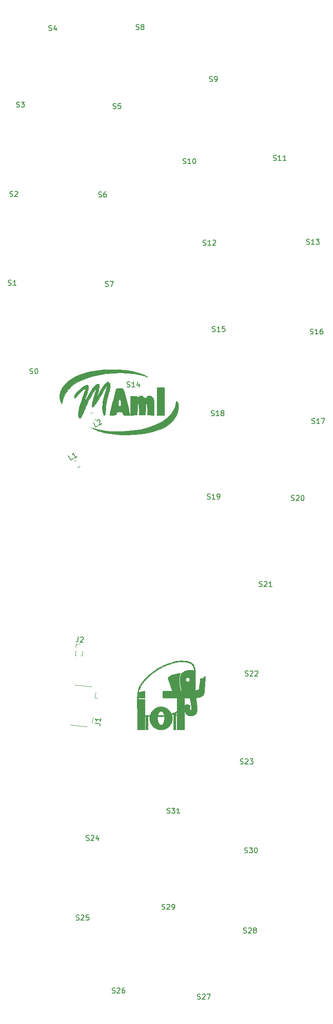
<source format=gto>
G04 #@! TF.GenerationSoftware,KiCad,Pcbnew,(5.0.0)*
G04 #@! TF.CreationDate,2019-10-21T15:10:14+02:00*
G04 #@! TF.ProjectId,Insole_PCB,496E736F6C655F5043422E6B69636164,rev?*
G04 #@! TF.SameCoordinates,Original*
G04 #@! TF.FileFunction,Legend,Top*
G04 #@! TF.FilePolarity,Positive*
%FSLAX46Y46*%
G04 Gerber Fmt 4.6, Leading zero omitted, Abs format (unit mm)*
G04 Created by KiCad (PCBNEW (5.0.0)) date 10/21/19 15:10:14*
%MOMM*%
%LPD*%
G01*
G04 APERTURE LIST*
%ADD10C,0.120000*%
%ADD11C,0.010000*%
%ADD12C,0.150000*%
G04 APERTURE END LIST*
D10*
G04 #@! TO.C,J1*
X191278238Y-185929540D02*
X194490544Y-186267167D01*
X195348611Y-187382972D02*
X195235720Y-188457055D01*
X194817069Y-192344591D02*
X194704178Y-193418674D01*
X190460826Y-193706701D02*
X193673131Y-194044328D01*
X195235720Y-188457055D02*
X195663365Y-188502003D01*
G04 #@! TO.C,J2*
X191523929Y-177988895D02*
X192217236Y-178037376D01*
X191476146Y-178672226D02*
X191523929Y-177988895D01*
X192728464Y-179446470D02*
X192814977Y-179452519D01*
X191428363Y-179355558D02*
X191514876Y-179361607D01*
X192814977Y-179452519D02*
X192753940Y-180325388D01*
X191428363Y-179355558D02*
X191367326Y-180228426D01*
X192454165Y-180304425D02*
X192753940Y-180325388D01*
X191367326Y-180228426D02*
X191667101Y-180249388D01*
G04 #@! TO.C,L1*
X191835878Y-143653711D02*
X192288380Y-143392459D01*
X191125878Y-142423955D02*
X191578380Y-142162703D01*
G04 #@! TO.C,L2*
X194778380Y-132882703D02*
X194325878Y-133143955D01*
X195488380Y-134112459D02*
X195035878Y-134373711D01*
D11*
G04 #@! TO.C,G\002A\002A\002A*
G36*
X212196800Y-181254393D02*
X212352425Y-181258590D01*
X212505834Y-181265525D01*
X212654294Y-181275139D01*
X212795073Y-181287373D01*
X212925439Y-181302167D01*
X212975939Y-181309058D01*
X213167458Y-181341937D01*
X213347567Y-181383742D01*
X213516346Y-181434531D01*
X213673876Y-181494360D01*
X213820235Y-181563286D01*
X213955503Y-181641367D01*
X214079759Y-181728659D01*
X214193085Y-181825220D01*
X214295558Y-181931106D01*
X214387258Y-182046375D01*
X214468266Y-182171083D01*
X214538661Y-182305287D01*
X214598522Y-182449045D01*
X214608851Y-182477842D01*
X214645753Y-182598433D01*
X214676236Y-182729967D01*
X214699984Y-182870218D01*
X214716682Y-183016960D01*
X214726012Y-183167967D01*
X214727739Y-183315250D01*
X214727688Y-183377348D01*
X214729339Y-183425155D01*
X214732690Y-183458623D01*
X214735308Y-183471084D01*
X214738987Y-183486841D01*
X214741798Y-183505892D01*
X214743740Y-183529572D01*
X214744816Y-183559216D01*
X214745028Y-183596161D01*
X214744376Y-183641741D01*
X214742863Y-183697293D01*
X214740490Y-183764151D01*
X214737258Y-183843653D01*
X214735796Y-183877678D01*
X214734120Y-183919589D01*
X214732614Y-183964796D01*
X214731271Y-184014136D01*
X214730083Y-184068447D01*
X214729043Y-184128565D01*
X214728144Y-184195327D01*
X214727380Y-184269571D01*
X214726743Y-184352134D01*
X214726226Y-184443853D01*
X214725822Y-184545564D01*
X214725524Y-184658106D01*
X214725325Y-184782315D01*
X214725218Y-184919029D01*
X214725195Y-185069083D01*
X214725209Y-185133164D01*
X214725328Y-185262353D01*
X214725605Y-185392885D01*
X214726030Y-185523948D01*
X214726592Y-185654730D01*
X214727283Y-185784417D01*
X214728094Y-185912197D01*
X214729014Y-186037259D01*
X214730035Y-186158789D01*
X214731147Y-186275974D01*
X214732340Y-186388003D01*
X214733606Y-186494063D01*
X214734934Y-186593341D01*
X214736315Y-186685025D01*
X214737740Y-186768302D01*
X214739200Y-186842360D01*
X214740685Y-186906387D01*
X214742185Y-186959569D01*
X214743691Y-187001094D01*
X214745194Y-187030151D01*
X214746684Y-187045925D01*
X214747446Y-187048605D01*
X214757133Y-187049757D01*
X214778611Y-187047412D01*
X214809723Y-187042080D01*
X214848309Y-187034273D01*
X214892212Y-187024500D01*
X214939273Y-187013273D01*
X214987334Y-187001103D01*
X215034237Y-186988501D01*
X215077823Y-186975977D01*
X215115935Y-186964043D01*
X215139705Y-186955757D01*
X215235866Y-186915098D01*
X215320674Y-186868827D01*
X215393539Y-186817396D01*
X215453871Y-186761259D01*
X215501078Y-186700868D01*
X215523425Y-186661630D01*
X215548882Y-186609993D01*
X215639387Y-185673821D01*
X215650525Y-185558522D01*
X215661270Y-185447112D01*
X215671539Y-185340455D01*
X215681251Y-185239416D01*
X215690322Y-185144860D01*
X215698670Y-185057652D01*
X215706213Y-184978657D01*
X215712867Y-184908739D01*
X215718550Y-184848764D01*
X215723181Y-184799597D01*
X215726675Y-184762102D01*
X215728951Y-184737144D01*
X215729927Y-184725589D01*
X215729958Y-184724950D01*
X215731300Y-184719630D01*
X215736813Y-184716032D01*
X215748825Y-184713827D01*
X215769664Y-184712686D01*
X215801659Y-184712280D01*
X215819937Y-184712250D01*
X215904650Y-184708657D01*
X215985623Y-184697436D01*
X216064314Y-184677923D01*
X216142177Y-184649454D01*
X216220667Y-184611367D01*
X216301240Y-184562997D01*
X216385352Y-184503681D01*
X216474458Y-184432756D01*
X216522020Y-184392137D01*
X216572167Y-184349008D01*
X216612776Y-184315942D01*
X216644827Y-184292997D01*
X216669303Y-184280235D01*
X216687182Y-184277715D01*
X216699445Y-184285498D01*
X216707074Y-184303645D01*
X216711047Y-184332215D01*
X216712347Y-184371268D01*
X216712204Y-184403821D01*
X216711561Y-184419169D01*
X216709876Y-184448123D01*
X216707214Y-184489817D01*
X216703640Y-184543386D01*
X216699217Y-184607963D01*
X216694011Y-184682682D01*
X216688085Y-184766678D01*
X216681504Y-184859084D01*
X216674331Y-184959035D01*
X216666632Y-185065664D01*
X216658471Y-185178106D01*
X216649911Y-185295495D01*
X216641018Y-185416965D01*
X216631855Y-185541650D01*
X216622487Y-185668683D01*
X216612977Y-185797200D01*
X216603392Y-185926333D01*
X216593794Y-186055218D01*
X216584247Y-186182987D01*
X216574817Y-186308776D01*
X216565568Y-186431718D01*
X216556564Y-186550948D01*
X216547868Y-186665598D01*
X216539546Y-186774805D01*
X216531662Y-186877700D01*
X216524280Y-186973419D01*
X216517464Y-187061096D01*
X216511279Y-187139865D01*
X216505789Y-187208859D01*
X216501058Y-187267212D01*
X216497150Y-187314060D01*
X216494131Y-187348535D01*
X216492063Y-187369773D01*
X216491812Y-187371993D01*
X216473748Y-187490186D01*
X216448101Y-187598410D01*
X216414082Y-187699517D01*
X216379688Y-187778495D01*
X216328667Y-187870855D01*
X216267820Y-187955848D01*
X216196707Y-188033756D01*
X216114887Y-188104863D01*
X216021919Y-188169451D01*
X215917363Y-188227805D01*
X215800778Y-188280207D01*
X215671724Y-188326940D01*
X215529760Y-188368287D01*
X215421511Y-188394391D01*
X215353335Y-188408704D01*
X215275378Y-188423609D01*
X215192305Y-188438307D01*
X215108783Y-188451996D01*
X215029477Y-188463877D01*
X214969839Y-188471836D01*
X214930927Y-188477531D01*
X214906198Y-188483204D01*
X214895802Y-188488817D01*
X214895453Y-188490037D01*
X214896251Y-188498244D01*
X214898581Y-188519999D01*
X214902345Y-188554428D01*
X214907444Y-188600655D01*
X214913783Y-188657807D01*
X214921262Y-188725009D01*
X214929785Y-188801387D01*
X214939254Y-188886065D01*
X214949572Y-188978170D01*
X214960640Y-189076826D01*
X214972361Y-189181160D01*
X214984637Y-189290296D01*
X214997157Y-189401449D01*
X215013678Y-189548053D01*
X215028654Y-189681022D01*
X215042159Y-189801144D01*
X215054270Y-189909207D01*
X215065063Y-190005999D01*
X215074613Y-190092310D01*
X215082997Y-190168926D01*
X215090290Y-190236636D01*
X215096568Y-190296228D01*
X215101909Y-190348491D01*
X215106386Y-190394212D01*
X215110077Y-190434180D01*
X215113057Y-190469184D01*
X215115402Y-190500010D01*
X215117189Y-190527448D01*
X215118492Y-190552285D01*
X215119389Y-190575310D01*
X215119955Y-190597312D01*
X215120265Y-190619077D01*
X215120397Y-190641395D01*
X215120425Y-190665053D01*
X215120425Y-190680645D01*
X215115952Y-190832864D01*
X215102440Y-190974047D01*
X215079744Y-191104624D01*
X215047723Y-191225029D01*
X215006234Y-191335690D01*
X214955132Y-191437042D01*
X214894277Y-191529513D01*
X214823524Y-191613537D01*
X214805215Y-191632332D01*
X214724728Y-191704107D01*
X214636113Y-191766518D01*
X214538761Y-191819791D01*
X214432067Y-191864154D01*
X214315423Y-191899832D01*
X214188221Y-191927052D01*
X214049856Y-191946041D01*
X213941139Y-191954855D01*
X213794110Y-191958310D01*
X213656209Y-191950511D01*
X213527360Y-191931426D01*
X213407485Y-191901023D01*
X213296509Y-191859269D01*
X213194354Y-191806133D01*
X213100945Y-191741583D01*
X213016204Y-191665587D01*
X212940056Y-191578113D01*
X212897860Y-191519207D01*
X212848419Y-191439014D01*
X212804782Y-191355228D01*
X212766556Y-191266473D01*
X212733348Y-191171374D01*
X212704764Y-191068557D01*
X212680411Y-190956647D01*
X212659894Y-190834269D01*
X212642821Y-190700049D01*
X212632017Y-190590535D01*
X212630199Y-190572017D01*
X212628744Y-190562735D01*
X212627604Y-190563508D01*
X212626733Y-190575153D01*
X212626084Y-190598488D01*
X212625609Y-190634333D01*
X212625262Y-190683504D01*
X212625134Y-190710278D01*
X212623900Y-190998659D01*
X212622722Y-191272864D01*
X212621598Y-191533233D01*
X212620527Y-191780105D01*
X212619507Y-192013818D01*
X212618536Y-192234713D01*
X212617612Y-192443128D01*
X212616734Y-192639401D01*
X212615900Y-192823873D01*
X212615107Y-192996881D01*
X212614355Y-193158765D01*
X212613642Y-193309865D01*
X212612965Y-193450518D01*
X212612323Y-193581064D01*
X212611714Y-193701843D01*
X212611137Y-193813192D01*
X212610589Y-193915452D01*
X212610069Y-194008960D01*
X212609574Y-194094057D01*
X212609105Y-194171080D01*
X212608657Y-194240370D01*
X212608231Y-194302265D01*
X212607823Y-194357104D01*
X212607432Y-194405226D01*
X212607057Y-194446971D01*
X212606695Y-194482676D01*
X212606345Y-194512682D01*
X212606006Y-194537327D01*
X212605674Y-194556950D01*
X212605349Y-194571890D01*
X212605029Y-194582487D01*
X212604811Y-194587407D01*
X212600799Y-194661793D01*
X212087421Y-194661793D01*
X211995474Y-194661721D01*
X211902531Y-194661514D01*
X211810453Y-194661184D01*
X211721105Y-194660743D01*
X211636350Y-194660204D01*
X211558049Y-194659579D01*
X211488067Y-194658880D01*
X211428265Y-194658120D01*
X211380507Y-194657311D01*
X211367848Y-194657038D01*
X211161653Y-194652284D01*
X211163953Y-193994824D01*
X211164202Y-193904027D01*
X211164365Y-193800367D01*
X211164445Y-193685493D01*
X211164443Y-193561057D01*
X211164363Y-193428709D01*
X211164207Y-193290099D01*
X211163977Y-193146878D01*
X211163678Y-193000697D01*
X211163310Y-192853206D01*
X211162877Y-192706054D01*
X211162381Y-192560894D01*
X211161825Y-192419375D01*
X211161249Y-192290755D01*
X211156244Y-191244146D01*
X211104520Y-191287215D01*
X211076936Y-191310369D01*
X211049363Y-191333822D01*
X211026690Y-191353408D01*
X211021766Y-191357738D01*
X210990735Y-191385193D01*
X210983784Y-192782193D01*
X210983067Y-192927424D01*
X210982369Y-193071001D01*
X210981694Y-193212056D01*
X210981046Y-193349720D01*
X210980428Y-193483127D01*
X210979844Y-193611406D01*
X210979298Y-193733691D01*
X210978794Y-193849113D01*
X210978336Y-193956804D01*
X210977926Y-194055896D01*
X210977570Y-194145520D01*
X210977270Y-194224809D01*
X210977031Y-194292894D01*
X210976856Y-194348907D01*
X210976749Y-194391980D01*
X210976714Y-194416864D01*
X210976596Y-194654535D01*
X210497625Y-194654535D01*
X210497625Y-193152307D01*
X210497612Y-193005757D01*
X210497577Y-192863108D01*
X210497518Y-192725035D01*
X210497439Y-192592213D01*
X210497339Y-192465318D01*
X210497220Y-192345025D01*
X210497083Y-192232009D01*
X210496929Y-192126946D01*
X210496760Y-192030510D01*
X210496577Y-191943377D01*
X210496380Y-191866223D01*
X210496171Y-191799723D01*
X210495951Y-191744552D01*
X210495722Y-191701385D01*
X210495483Y-191670897D01*
X210495238Y-191653765D01*
X210495057Y-191650078D01*
X210487763Y-191652527D01*
X210469215Y-191659304D01*
X210441720Y-191669550D01*
X210407579Y-191682410D01*
X210380757Y-191692586D01*
X210338453Y-191708497D01*
X210296455Y-191723972D01*
X210258569Y-191737629D01*
X210228602Y-191748087D01*
X210218225Y-191751541D01*
X210192645Y-191760264D01*
X210172563Y-191767927D01*
X210161959Y-191773001D01*
X210161560Y-191773318D01*
X210161269Y-191781788D01*
X210164163Y-191801884D01*
X210169785Y-191831183D01*
X210177681Y-191867259D01*
X210184895Y-191897606D01*
X210201856Y-191968969D01*
X210215497Y-192032429D01*
X210226161Y-192091038D01*
X210234192Y-192147844D01*
X210239933Y-192205899D01*
X210243728Y-192268253D01*
X210245920Y-192337956D01*
X210246854Y-192418059D01*
X210246946Y-192448364D01*
X210246930Y-192514112D01*
X210246596Y-192567835D01*
X210245820Y-192612020D01*
X210244476Y-192649154D01*
X210242438Y-192681726D01*
X210239580Y-192712223D01*
X210235778Y-192743133D01*
X210230906Y-192776943D01*
X210230110Y-192782193D01*
X210195242Y-192964671D01*
X210147205Y-193141151D01*
X210086065Y-193311479D01*
X210011891Y-193475502D01*
X209924751Y-193633067D01*
X209824711Y-193784023D01*
X209733909Y-193901785D01*
X209699217Y-193941789D01*
X209656356Y-193987840D01*
X209608078Y-194037253D01*
X209557133Y-194087343D01*
X209506272Y-194135423D01*
X209458247Y-194178810D01*
X209415809Y-194214818D01*
X209401796Y-194225948D01*
X209254346Y-194331494D01*
X209101822Y-194423443D01*
X208944199Y-194501802D01*
X208781455Y-194566581D01*
X208613566Y-194617790D01*
X208440508Y-194655437D01*
X208262259Y-194679532D01*
X208219245Y-194683257D01*
X208140118Y-194687752D01*
X208059191Y-194689393D01*
X207982677Y-194688117D01*
X207943110Y-194686039D01*
X207768477Y-194668056D01*
X207601436Y-194638437D01*
X207440337Y-194596731D01*
X207283526Y-194542490D01*
X207129351Y-194475264D01*
X207083139Y-194452383D01*
X207015391Y-194415816D01*
X206942370Y-194372743D01*
X206868206Y-194325820D01*
X206797024Y-194277706D01*
X206732955Y-194231057D01*
X206703375Y-194207902D01*
X206579484Y-194099133D01*
X206462206Y-193978626D01*
X206353003Y-193848210D01*
X206253340Y-193709720D01*
X206164683Y-193564986D01*
X206116031Y-193473213D01*
X206055842Y-193344199D01*
X206005500Y-193217167D01*
X205963948Y-193088653D01*
X205930127Y-192955194D01*
X205902980Y-192813326D01*
X205891647Y-192738650D01*
X205887204Y-192696935D01*
X205883725Y-192644040D01*
X205881217Y-192582866D01*
X205879685Y-192516310D01*
X205879134Y-192447270D01*
X205879220Y-192433734D01*
X207393536Y-192433734D01*
X207394378Y-192477393D01*
X207402715Y-192624203D01*
X207418079Y-192765192D01*
X207440158Y-192899670D01*
X207468637Y-193026950D01*
X207503203Y-193146343D01*
X207543541Y-193257160D01*
X207589339Y-193358714D01*
X207640283Y-193450316D01*
X207696060Y-193531277D01*
X207756354Y-193600910D01*
X207820854Y-193658527D01*
X207889244Y-193703438D01*
X207961213Y-193734956D01*
X207968510Y-193737319D01*
X207999014Y-193743375D01*
X208038414Y-193746332D01*
X208081435Y-193746230D01*
X208122804Y-193743107D01*
X208157246Y-193737003D01*
X208161322Y-193735882D01*
X208224471Y-193710429D01*
X208287254Y-193671574D01*
X208348577Y-193620414D01*
X208407344Y-193558043D01*
X208462459Y-193485555D01*
X208512827Y-193404045D01*
X208534623Y-193362782D01*
X208583793Y-193254568D01*
X208625913Y-193139673D01*
X208661461Y-193016420D01*
X208690912Y-192883131D01*
X208714743Y-192738130D01*
X208717277Y-192719647D01*
X208721422Y-192680869D01*
X208724747Y-192633668D01*
X208727274Y-192579865D01*
X208729020Y-192521280D01*
X208730008Y-192459732D01*
X208730257Y-192397041D01*
X208729787Y-192335027D01*
X208728618Y-192275510D01*
X208726771Y-192220311D01*
X208724265Y-192171249D01*
X208721121Y-192130144D01*
X208717360Y-192098815D01*
X208713000Y-192079084D01*
X208710121Y-192073584D01*
X208702091Y-192073062D01*
X208682058Y-192073825D01*
X208652463Y-192075722D01*
X208615744Y-192078601D01*
X208584304Y-192081379D01*
X208469667Y-192091464D01*
X208358956Y-192100093D01*
X208249356Y-192107411D01*
X208138053Y-192113566D01*
X208022231Y-192118705D01*
X207899076Y-192122975D01*
X207765772Y-192126523D01*
X207687389Y-192128214D01*
X207625750Y-192129555D01*
X207568735Y-192131001D01*
X207517959Y-192132494D01*
X207475035Y-192133979D01*
X207441579Y-192135398D01*
X207419204Y-192136696D01*
X207409524Y-192137815D01*
X207409286Y-192137941D01*
X207406058Y-192148092D01*
X207402989Y-192170474D01*
X207400179Y-192202803D01*
X207397730Y-192242796D01*
X207395740Y-192288169D01*
X207394311Y-192336638D01*
X207393543Y-192385921D01*
X207393536Y-192433734D01*
X205879220Y-192433734D01*
X205879570Y-192378646D01*
X205880998Y-192313334D01*
X205883424Y-192254236D01*
X205886853Y-192204247D01*
X205890571Y-192171015D01*
X205900761Y-192100495D01*
X205882350Y-192096940D01*
X205869937Y-192095701D01*
X205845364Y-192094201D01*
X205810982Y-192092547D01*
X205769139Y-192090847D01*
X205722187Y-192089211D01*
X205698839Y-192088489D01*
X205533739Y-192083593D01*
X205533739Y-194640021D01*
X205112865Y-194640021D01*
X205111030Y-193346435D01*
X205109196Y-192052850D01*
X205023786Y-192046336D01*
X204990231Y-192044024D01*
X204962374Y-192042573D01*
X204943158Y-192042102D01*
X204935548Y-192042708D01*
X204935221Y-192050150D01*
X204934847Y-192071377D01*
X204934429Y-192105661D01*
X204933972Y-192152273D01*
X204933480Y-192210483D01*
X204932959Y-192279563D01*
X204932412Y-192358784D01*
X204931844Y-192447418D01*
X204931260Y-192544734D01*
X204930665Y-192650006D01*
X204930063Y-192762502D01*
X204929458Y-192881496D01*
X204928855Y-193006257D01*
X204928259Y-193136057D01*
X204927675Y-193270168D01*
X204927371Y-193342807D01*
X204922022Y-194640021D01*
X203472710Y-194640021D01*
X203472636Y-192896493D01*
X203472621Y-192706272D01*
X203472592Y-192529908D01*
X203472543Y-192366742D01*
X203472470Y-192216119D01*
X203472368Y-192077378D01*
X203472233Y-191949864D01*
X203472173Y-191908537D01*
X207442368Y-191908537D01*
X207442368Y-191926887D01*
X207632868Y-191922458D01*
X207697118Y-191920817D01*
X207768550Y-191918745D01*
X207842150Y-191916403D01*
X207912908Y-191913954D01*
X207975812Y-191911558D01*
X207993910Y-191910811D01*
X208063580Y-191907626D01*
X208135832Y-191903893D01*
X208209150Y-191899725D01*
X208282022Y-191895233D01*
X208352932Y-191890532D01*
X208420367Y-191885734D01*
X208482812Y-191880951D01*
X208538753Y-191876297D01*
X208586677Y-191871884D01*
X208625069Y-191867826D01*
X208652414Y-191864235D01*
X208667199Y-191861224D01*
X208668875Y-191860504D01*
X208671314Y-191850863D01*
X208668850Y-191828984D01*
X208661793Y-191796174D01*
X208650456Y-191753742D01*
X208635149Y-191702994D01*
X208621027Y-191659591D01*
X208580123Y-191550112D01*
X208534189Y-191450471D01*
X208483732Y-191361167D01*
X208429260Y-191282698D01*
X208371279Y-191215560D01*
X208310297Y-191160252D01*
X208246821Y-191117271D01*
X208181359Y-191087115D01*
X208114419Y-191070281D01*
X208046506Y-191067268D01*
X208019875Y-191069945D01*
X207956821Y-191083734D01*
X207898210Y-191107230D01*
X207841873Y-191141662D01*
X207785643Y-191188258D01*
X207751522Y-191222075D01*
X207684361Y-191302136D01*
X207623425Y-191395138D01*
X207568825Y-191500858D01*
X207520672Y-191619075D01*
X207479075Y-191749566D01*
X207467209Y-191793719D01*
X207458027Y-191830680D01*
X207450378Y-191863961D01*
X207444956Y-191890351D01*
X207442456Y-191906638D01*
X207442368Y-191908537D01*
X203472173Y-191908537D01*
X203472061Y-191832918D01*
X203471847Y-191725883D01*
X203471586Y-191628101D01*
X203471275Y-191538915D01*
X203470907Y-191457666D01*
X203470480Y-191383697D01*
X203469989Y-191316350D01*
X203469429Y-191254969D01*
X203468795Y-191198894D01*
X203468083Y-191147469D01*
X203467289Y-191100036D01*
X203466408Y-191055937D01*
X203465435Y-191014515D01*
X203464367Y-190975111D01*
X203463198Y-190937069D01*
X203461925Y-190899730D01*
X203460542Y-190862437D01*
X203459045Y-190824532D01*
X203458381Y-190808250D01*
X203442735Y-190350844D01*
X203433733Y-189901457D01*
X203431363Y-189460836D01*
X203435613Y-189029725D01*
X203443468Y-188725370D01*
X203654139Y-188725370D01*
X204287325Y-188727224D01*
X204920510Y-188729078D01*
X204922341Y-190287550D01*
X204922554Y-190464866D01*
X204922761Y-190628238D01*
X204922969Y-190778234D01*
X204923183Y-190915424D01*
X204923408Y-191040376D01*
X204923648Y-191153661D01*
X204923911Y-191255847D01*
X204924200Y-191347503D01*
X204924522Y-191429200D01*
X204924881Y-191501506D01*
X204925282Y-191564991D01*
X204925732Y-191620223D01*
X204926236Y-191667773D01*
X204926797Y-191708209D01*
X204927423Y-191742100D01*
X204928119Y-191770017D01*
X204928888Y-191792528D01*
X204929738Y-191810202D01*
X204930673Y-191823610D01*
X204931698Y-191833319D01*
X204932819Y-191839900D01*
X204934041Y-191843922D01*
X204935370Y-191845953D01*
X204936810Y-191846564D01*
X204936856Y-191846567D01*
X204946186Y-191846983D01*
X204968737Y-191847996D01*
X205003229Y-191849548D01*
X205048386Y-191851582D01*
X205102926Y-191854040D01*
X205165572Y-191856864D01*
X205235045Y-191859997D01*
X205310067Y-191863381D01*
X205389357Y-191866958D01*
X205399482Y-191867415D01*
X205480443Y-191871047D01*
X205558251Y-191874498D01*
X205631497Y-191877708D01*
X205698769Y-191880616D01*
X205758658Y-191883164D01*
X205809755Y-191885290D01*
X205850647Y-191886935D01*
X205879927Y-191888039D01*
X205896182Y-191888542D01*
X205896596Y-191888549D01*
X205943768Y-191889382D01*
X205967827Y-191804201D01*
X206016993Y-191654543D01*
X206079386Y-191505351D01*
X206153804Y-191358623D01*
X206239040Y-191216361D01*
X206333891Y-191080562D01*
X206437152Y-190953227D01*
X206547617Y-190836353D01*
X206555804Y-190828408D01*
X206689990Y-190708760D01*
X206831440Y-190601653D01*
X206979935Y-190507194D01*
X207135255Y-190425486D01*
X207297178Y-190356637D01*
X207465486Y-190300751D01*
X207639959Y-190257934D01*
X207801596Y-190230724D01*
X207859475Y-190224779D01*
X207927944Y-190220640D01*
X208003190Y-190218309D01*
X208081401Y-190217789D01*
X208158764Y-190219083D01*
X208231467Y-190222194D01*
X208295697Y-190227123D01*
X208324110Y-190230358D01*
X208503729Y-190260714D01*
X208676934Y-190304049D01*
X208843609Y-190360307D01*
X209003639Y-190429432D01*
X209156908Y-190511369D01*
X209303301Y-190606063D01*
X209442702Y-190713457D01*
X209570141Y-190828745D01*
X209684942Y-190947968D01*
X209787004Y-191069625D01*
X209878103Y-191196188D01*
X209960016Y-191330130D01*
X210034517Y-191473924D01*
X210036560Y-191478214D01*
X210083653Y-191577323D01*
X210187225Y-191540911D01*
X210350557Y-191480237D01*
X210514414Y-191413112D01*
X210675590Y-191341011D01*
X210830879Y-191265410D01*
X210977078Y-191187786D01*
X211070939Y-191133842D01*
X211161653Y-191079853D01*
X211165995Y-190535837D01*
X211166689Y-190444578D01*
X211167418Y-190341026D01*
X211168168Y-190227400D01*
X211168926Y-190105922D01*
X211169680Y-189978813D01*
X211170417Y-189848293D01*
X211171125Y-189716582D01*
X211171791Y-189585901D01*
X211172114Y-189518418D01*
X212631225Y-189518418D01*
X212631225Y-189960667D01*
X212656380Y-189938581D01*
X212712836Y-189895233D01*
X212779558Y-189854287D01*
X212852300Y-189817933D01*
X212926815Y-189788363D01*
X212977555Y-189772925D01*
X213014130Y-189764203D01*
X213047597Y-189758528D01*
X213083245Y-189755286D01*
X213126365Y-189753860D01*
X213142853Y-189753685D01*
X213243963Y-189758914D01*
X213338245Y-189776432D01*
X213427438Y-189806812D01*
X213513282Y-189850626D01*
X213585740Y-189899477D01*
X213634314Y-189937506D01*
X213671209Y-189970950D01*
X213697548Y-190002066D01*
X213714455Y-190033109D01*
X213723052Y-190066334D01*
X213724463Y-190103997D01*
X213719809Y-190148353D01*
X213717323Y-190163746D01*
X213709617Y-190202139D01*
X213699592Y-190243128D01*
X213689148Y-190279084D01*
X213686922Y-190285735D01*
X213668250Y-190359586D01*
X213660053Y-190440603D01*
X213661942Y-190526327D01*
X213673528Y-190614301D01*
X213694423Y-190702065D01*
X213724237Y-190787160D01*
X213762581Y-190867130D01*
X213784820Y-190904407D01*
X213804805Y-190933902D01*
X213820689Y-190951915D01*
X213835072Y-190959837D01*
X213850551Y-190959061D01*
X213869725Y-190950980D01*
X213870742Y-190950453D01*
X213901549Y-190927161D01*
X213927641Y-190891730D01*
X213949011Y-190844067D01*
X213965653Y-190784076D01*
X213977561Y-190711663D01*
X213984730Y-190626734D01*
X213987152Y-190529195D01*
X213984822Y-190418951D01*
X213977733Y-190295907D01*
X213965880Y-190159970D01*
X213949257Y-190011044D01*
X213927857Y-189849036D01*
X213901673Y-189673851D01*
X213870701Y-189485394D01*
X213834934Y-189283572D01*
X213794366Y-189068289D01*
X213748990Y-188839452D01*
X213726812Y-188731115D01*
X213716588Y-188681880D01*
X213707154Y-188636914D01*
X213698957Y-188598317D01*
X213692446Y-188568190D01*
X213688069Y-188548633D01*
X213686470Y-188542207D01*
X213685060Y-188539777D01*
X213681782Y-188537678D01*
X213675647Y-188535885D01*
X213665663Y-188534374D01*
X213650840Y-188533121D01*
X213630186Y-188532102D01*
X213602711Y-188531294D01*
X213567424Y-188530672D01*
X213523335Y-188530212D01*
X213469452Y-188529890D01*
X213404785Y-188529683D01*
X213328343Y-188529566D01*
X213239135Y-188529516D01*
X213161685Y-188529507D01*
X212640838Y-188529507D01*
X212636031Y-188802837D01*
X212635113Y-188863210D01*
X212634252Y-188935584D01*
X212633466Y-189017445D01*
X212632771Y-189106280D01*
X212632184Y-189199575D01*
X212631722Y-189294818D01*
X212631402Y-189389494D01*
X212631241Y-189481091D01*
X212631225Y-189518418D01*
X211172114Y-189518418D01*
X211172402Y-189458471D01*
X211172946Y-189336513D01*
X211173252Y-189262478D01*
X211176168Y-188533135D01*
X209866253Y-188529507D01*
X208556339Y-188525878D01*
X208523682Y-188506630D01*
X208484494Y-188475233D01*
X208453513Y-188432567D01*
X208431444Y-188379788D01*
X208422121Y-188340078D01*
X208420287Y-188322326D01*
X208418770Y-188291994D01*
X208417567Y-188248813D01*
X208416675Y-188192517D01*
X208416092Y-188122839D01*
X208415815Y-188039511D01*
X208415840Y-187942267D01*
X208416165Y-187830838D01*
X208416280Y-187803793D01*
X208418453Y-187313935D01*
X208435024Y-187272954D01*
X208455605Y-187233492D01*
X208482994Y-187197079D01*
X208513713Y-187167827D01*
X208536191Y-187153381D01*
X208540795Y-187151327D01*
X208546421Y-187149484D01*
X208553861Y-187147836D01*
X208563906Y-187146368D01*
X208577348Y-187145065D01*
X208594976Y-187143912D01*
X208617583Y-187142892D01*
X208645959Y-187141992D01*
X208680896Y-187141195D01*
X208723185Y-187140487D01*
X208773616Y-187139852D01*
X208832982Y-187139274D01*
X208902072Y-187138739D01*
X208981679Y-187138231D01*
X209072594Y-187137736D01*
X209175606Y-187137236D01*
X209291509Y-187136718D01*
X209421092Y-187136166D01*
X209428421Y-187136135D01*
X210293246Y-187132507D01*
X209865084Y-185945964D01*
X209811179Y-185796565D01*
X209761990Y-185660186D01*
X209717299Y-185536198D01*
X209676887Y-185423971D01*
X209640539Y-185322875D01*
X209608034Y-185232280D01*
X209579156Y-185151558D01*
X209553687Y-185080077D01*
X209531408Y-185017209D01*
X209512103Y-184962324D01*
X209495553Y-184914791D01*
X209481540Y-184873982D01*
X209469847Y-184839267D01*
X209460255Y-184810015D01*
X209452548Y-184785597D01*
X209446506Y-184765384D01*
X209441913Y-184748746D01*
X209438550Y-184735052D01*
X209436199Y-184723674D01*
X209434644Y-184713981D01*
X209433665Y-184705345D01*
X209433045Y-184697134D01*
X209433038Y-184697022D01*
X209433789Y-184637012D01*
X209444409Y-184580997D01*
X209465755Y-184527104D01*
X209498685Y-184473457D01*
X209544055Y-184418181D01*
X209575364Y-184385669D01*
X209641780Y-184326161D01*
X209719214Y-184268579D01*
X209808218Y-184212632D01*
X209909344Y-184158030D01*
X210023144Y-184104481D01*
X210150169Y-184051696D01*
X210290970Y-183999383D01*
X210341596Y-183981817D01*
X210494639Y-183932739D01*
X210659667Y-183885671D01*
X210834225Y-183841126D01*
X211015863Y-183799617D01*
X211202127Y-183761657D01*
X211390565Y-183727759D01*
X211578723Y-183698436D01*
X211764149Y-183674203D01*
X211864427Y-183663194D01*
X211914057Y-183658135D01*
X211888838Y-183693521D01*
X211857831Y-183742653D01*
X211825949Y-183803603D01*
X211794307Y-183873810D01*
X211764018Y-183950714D01*
X211736199Y-184031755D01*
X211723575Y-184072989D01*
X211685315Y-184221649D01*
X211654222Y-184381971D01*
X211630338Y-184552970D01*
X211613705Y-184733665D01*
X211604367Y-184923071D01*
X211602366Y-185120205D01*
X211607742Y-185324083D01*
X211620540Y-185533722D01*
X211640802Y-185748139D01*
X211648594Y-185815335D01*
X211673487Y-186001454D01*
X211704116Y-186197124D01*
X211739818Y-186398867D01*
X211779932Y-186603207D01*
X211823795Y-186806667D01*
X211870744Y-187005768D01*
X211889804Y-187081707D01*
X211902784Y-187132507D01*
X211992054Y-187134551D01*
X212081323Y-187136595D01*
X212077896Y-187112780D01*
X212075311Y-187099388D01*
X212069812Y-187074062D01*
X212061897Y-187038975D01*
X212052060Y-186996300D01*
X212040797Y-186948213D01*
X212030281Y-186903907D01*
X211959814Y-186587305D01*
X211900661Y-186274195D01*
X211852100Y-185960194D01*
X211813411Y-185640920D01*
X211799847Y-185503278D01*
X211795962Y-185452426D01*
X211792524Y-185390496D01*
X211789568Y-185319936D01*
X211787130Y-185243193D01*
X211785243Y-185162714D01*
X211783943Y-185080945D01*
X211783265Y-185000334D01*
X211783250Y-184945613D01*
X212865980Y-184945613D01*
X212874849Y-185017250D01*
X212895596Y-185086817D01*
X212928256Y-185152533D01*
X212972861Y-185212616D01*
X212987028Y-185227713D01*
X213044430Y-185276083D01*
X213108033Y-185311572D01*
X213176803Y-185333877D01*
X213249705Y-185342700D01*
X213325706Y-185337741D01*
X213350633Y-185333169D01*
X213417346Y-185311924D01*
X213477924Y-185278665D01*
X213531412Y-185234937D01*
X213576857Y-185182284D01*
X213613302Y-185122251D01*
X213639793Y-185056382D01*
X213655376Y-184986223D01*
X213659094Y-184913317D01*
X213651484Y-184846507D01*
X213630367Y-184772064D01*
X213597324Y-184705536D01*
X213551698Y-184645687D01*
X213535399Y-184628793D01*
X213477777Y-184580499D01*
X213416477Y-184546011D01*
X213350317Y-184524838D01*
X213278114Y-184516487D01*
X213265057Y-184516307D01*
X213189732Y-184522428D01*
X213121178Y-184541118D01*
X213058118Y-184572869D01*
X212999273Y-184618172D01*
X212998621Y-184618769D01*
X212948608Y-184674019D01*
X212910303Y-184736111D01*
X212883741Y-184803262D01*
X212868955Y-184873690D01*
X212865980Y-184945613D01*
X211783250Y-184945613D01*
X211783243Y-184923329D01*
X211783913Y-184852376D01*
X211785309Y-184789921D01*
X211787465Y-184738414D01*
X211788690Y-184719507D01*
X211805255Y-184548236D01*
X211828488Y-184389605D01*
X211858500Y-184243305D01*
X211895401Y-184109026D01*
X211939303Y-183986459D01*
X211990317Y-183875295D01*
X212048554Y-183775225D01*
X212114126Y-183685938D01*
X212187143Y-183607127D01*
X212189411Y-183604958D01*
X212271114Y-183534991D01*
X212365971Y-183467839D01*
X212472815Y-183403965D01*
X212590477Y-183343832D01*
X212717790Y-183287902D01*
X212853585Y-183236639D01*
X212996695Y-183190505D01*
X213145952Y-183149962D01*
X213300187Y-183115475D01*
X213458233Y-183087506D01*
X213516596Y-183079017D01*
X213575733Y-183072282D01*
X213644158Y-183066758D01*
X213718519Y-183062536D01*
X213795459Y-183059706D01*
X213871627Y-183058356D01*
X213943668Y-183058576D01*
X214008229Y-183060457D01*
X214061954Y-183064087D01*
X214064856Y-183064372D01*
X214171620Y-183078463D01*
X214271027Y-183098359D01*
X214361147Y-183123569D01*
X214440050Y-183153605D01*
X214467817Y-183166748D01*
X214490386Y-183177541D01*
X214507369Y-183184538D01*
X214515204Y-183186277D01*
X214515270Y-183186224D01*
X214515847Y-183178313D01*
X214515419Y-183158578D01*
X214514092Y-183129663D01*
X214511974Y-183094215D01*
X214510922Y-183078706D01*
X214493843Y-182911642D01*
X214466621Y-182754364D01*
X214429134Y-182606759D01*
X214381257Y-182468714D01*
X214322867Y-182340119D01*
X214253841Y-182220860D01*
X214174055Y-182110826D01*
X214083385Y-182009904D01*
X213981709Y-181917982D01*
X213868902Y-181834949D01*
X213744841Y-181760691D01*
X213609403Y-181695098D01*
X213462464Y-181638056D01*
X213303901Y-181589454D01*
X213133590Y-181549179D01*
X212951407Y-181517119D01*
X212765482Y-181493993D01*
X212689290Y-181487191D01*
X212602545Y-181481060D01*
X212507641Y-181475660D01*
X212406972Y-181471051D01*
X212302933Y-181467293D01*
X212197917Y-181464446D01*
X212094319Y-181462571D01*
X211994533Y-181461727D01*
X211900953Y-181461975D01*
X211815975Y-181463375D01*
X211741991Y-181465987D01*
X211713196Y-181467557D01*
X211471894Y-181488359D01*
X211223501Y-181521119D01*
X210968695Y-181565533D01*
X210708155Y-181621298D01*
X210442558Y-181688114D01*
X210172584Y-181765675D01*
X209898911Y-181853681D01*
X209622216Y-181951828D01*
X209343179Y-182059815D01*
X209062477Y-182177337D01*
X208780789Y-182304093D01*
X208498793Y-182439780D01*
X208217168Y-182584096D01*
X207936592Y-182736737D01*
X207657743Y-182897402D01*
X207381300Y-183065787D01*
X207107941Y-183241590D01*
X206838344Y-183424509D01*
X206573187Y-183614240D01*
X206313149Y-183810482D01*
X206121547Y-183962029D01*
X205916345Y-184132247D01*
X205714072Y-184309073D01*
X205516699Y-184490622D01*
X205326192Y-184675007D01*
X205144522Y-184860342D01*
X204973656Y-185044742D01*
X204876461Y-185154935D01*
X204710872Y-185353628D01*
X204557203Y-185552818D01*
X204415671Y-185752094D01*
X204286498Y-185951043D01*
X204169902Y-186149252D01*
X204066104Y-186346309D01*
X203975323Y-186541801D01*
X203897778Y-186735316D01*
X203833691Y-186926441D01*
X203783279Y-187114764D01*
X203752660Y-187264754D01*
X203745513Y-187307585D01*
X203738887Y-187350839D01*
X203733460Y-187389850D01*
X203729913Y-187419948D01*
X203729590Y-187423354D01*
X203724571Y-187478734D01*
X203760975Y-187452580D01*
X203815634Y-187417910D01*
X203882832Y-187382992D01*
X203960628Y-187348566D01*
X204047081Y-187315370D01*
X204140249Y-187284144D01*
X204238192Y-187255628D01*
X204338968Y-187230562D01*
X204350825Y-187227895D01*
X204430882Y-187211698D01*
X204511509Y-187198384D01*
X204590769Y-187188079D01*
X204666730Y-187180908D01*
X204737457Y-187176998D01*
X204801016Y-187176473D01*
X204855475Y-187179459D01*
X204898897Y-187186081D01*
X204916866Y-187191140D01*
X204944856Y-187203346D01*
X204960767Y-187216711D01*
X204964500Y-187223221D01*
X204965911Y-187231864D01*
X204966978Y-187250676D01*
X204967699Y-187280117D01*
X204968072Y-187320648D01*
X204968095Y-187372729D01*
X204967767Y-187436821D01*
X204967086Y-187513385D01*
X204966051Y-187602881D01*
X204964659Y-187705771D01*
X204962908Y-187822513D01*
X204962057Y-187876364D01*
X204960499Y-187971075D01*
X204958934Y-188061593D01*
X204957383Y-188146872D01*
X204955870Y-188225866D01*
X204954417Y-188297528D01*
X204953046Y-188360811D01*
X204951781Y-188414670D01*
X204950643Y-188458058D01*
X204949655Y-188489928D01*
X204948840Y-188509234D01*
X204948293Y-188514993D01*
X204940667Y-188515557D01*
X204919569Y-188516146D01*
X204886040Y-188516751D01*
X204841122Y-188517362D01*
X204785857Y-188517968D01*
X204721287Y-188518561D01*
X204648453Y-188519131D01*
X204568397Y-188519668D01*
X204482161Y-188520163D01*
X204390787Y-188520605D01*
X204304001Y-188520954D01*
X203663295Y-188523287D01*
X203658780Y-188560868D01*
X203656626Y-188586413D01*
X203655013Y-188620006D01*
X203654232Y-188655186D01*
X203654202Y-188661910D01*
X203654139Y-188725370D01*
X203443468Y-188725370D01*
X203446475Y-188608871D01*
X203463936Y-188199020D01*
X203487985Y-187800916D01*
X203505579Y-187567935D01*
X203519953Y-187418455D01*
X203538116Y-187279858D01*
X203560730Y-187148855D01*
X203588455Y-187022154D01*
X203621952Y-186896467D01*
X203661883Y-186768503D01*
X203672529Y-186736993D01*
X203748700Y-186534463D01*
X203838970Y-186330119D01*
X203943079Y-186124273D01*
X204060769Y-185917236D01*
X204191780Y-185709319D01*
X204335853Y-185500831D01*
X204492728Y-185292086D01*
X204662147Y-185083392D01*
X204843851Y-184875062D01*
X205037579Y-184667406D01*
X205243074Y-184460736D01*
X205460075Y-184255361D01*
X205688323Y-184051594D01*
X205927560Y-183849745D01*
X206177526Y-183650124D01*
X206364682Y-183507442D01*
X206629224Y-183314857D01*
X206898916Y-183128760D01*
X207173021Y-182949474D01*
X207450801Y-182777319D01*
X207731519Y-182612617D01*
X208014436Y-182455691D01*
X208298814Y-182306861D01*
X208583917Y-182166450D01*
X208869006Y-182034779D01*
X209153343Y-181912169D01*
X209436191Y-181798943D01*
X209716813Y-181695422D01*
X209994470Y-181601928D01*
X210268424Y-181518782D01*
X210537938Y-181446306D01*
X210802275Y-181384822D01*
X211060696Y-181334652D01*
X211312464Y-181296116D01*
X211481083Y-181276563D01*
X211606796Y-181266177D01*
X211743957Y-181258827D01*
X211889833Y-181254452D01*
X212041691Y-181252994D01*
X212196800Y-181254393D01*
X212196800Y-181254393D01*
G37*
X212196800Y-181254393D02*
X212352425Y-181258590D01*
X212505834Y-181265525D01*
X212654294Y-181275139D01*
X212795073Y-181287373D01*
X212925439Y-181302167D01*
X212975939Y-181309058D01*
X213167458Y-181341937D01*
X213347567Y-181383742D01*
X213516346Y-181434531D01*
X213673876Y-181494360D01*
X213820235Y-181563286D01*
X213955503Y-181641367D01*
X214079759Y-181728659D01*
X214193085Y-181825220D01*
X214295558Y-181931106D01*
X214387258Y-182046375D01*
X214468266Y-182171083D01*
X214538661Y-182305287D01*
X214598522Y-182449045D01*
X214608851Y-182477842D01*
X214645753Y-182598433D01*
X214676236Y-182729967D01*
X214699984Y-182870218D01*
X214716682Y-183016960D01*
X214726012Y-183167967D01*
X214727739Y-183315250D01*
X214727688Y-183377348D01*
X214729339Y-183425155D01*
X214732690Y-183458623D01*
X214735308Y-183471084D01*
X214738987Y-183486841D01*
X214741798Y-183505892D01*
X214743740Y-183529572D01*
X214744816Y-183559216D01*
X214745028Y-183596161D01*
X214744376Y-183641741D01*
X214742863Y-183697293D01*
X214740490Y-183764151D01*
X214737258Y-183843653D01*
X214735796Y-183877678D01*
X214734120Y-183919589D01*
X214732614Y-183964796D01*
X214731271Y-184014136D01*
X214730083Y-184068447D01*
X214729043Y-184128565D01*
X214728144Y-184195327D01*
X214727380Y-184269571D01*
X214726743Y-184352134D01*
X214726226Y-184443853D01*
X214725822Y-184545564D01*
X214725524Y-184658106D01*
X214725325Y-184782315D01*
X214725218Y-184919029D01*
X214725195Y-185069083D01*
X214725209Y-185133164D01*
X214725328Y-185262353D01*
X214725605Y-185392885D01*
X214726030Y-185523948D01*
X214726592Y-185654730D01*
X214727283Y-185784417D01*
X214728094Y-185912197D01*
X214729014Y-186037259D01*
X214730035Y-186158789D01*
X214731147Y-186275974D01*
X214732340Y-186388003D01*
X214733606Y-186494063D01*
X214734934Y-186593341D01*
X214736315Y-186685025D01*
X214737740Y-186768302D01*
X214739200Y-186842360D01*
X214740685Y-186906387D01*
X214742185Y-186959569D01*
X214743691Y-187001094D01*
X214745194Y-187030151D01*
X214746684Y-187045925D01*
X214747446Y-187048605D01*
X214757133Y-187049757D01*
X214778611Y-187047412D01*
X214809723Y-187042080D01*
X214848309Y-187034273D01*
X214892212Y-187024500D01*
X214939273Y-187013273D01*
X214987334Y-187001103D01*
X215034237Y-186988501D01*
X215077823Y-186975977D01*
X215115935Y-186964043D01*
X215139705Y-186955757D01*
X215235866Y-186915098D01*
X215320674Y-186868827D01*
X215393539Y-186817396D01*
X215453871Y-186761259D01*
X215501078Y-186700868D01*
X215523425Y-186661630D01*
X215548882Y-186609993D01*
X215639387Y-185673821D01*
X215650525Y-185558522D01*
X215661270Y-185447112D01*
X215671539Y-185340455D01*
X215681251Y-185239416D01*
X215690322Y-185144860D01*
X215698670Y-185057652D01*
X215706213Y-184978657D01*
X215712867Y-184908739D01*
X215718550Y-184848764D01*
X215723181Y-184799597D01*
X215726675Y-184762102D01*
X215728951Y-184737144D01*
X215729927Y-184725589D01*
X215729958Y-184724950D01*
X215731300Y-184719630D01*
X215736813Y-184716032D01*
X215748825Y-184713827D01*
X215769664Y-184712686D01*
X215801659Y-184712280D01*
X215819937Y-184712250D01*
X215904650Y-184708657D01*
X215985623Y-184697436D01*
X216064314Y-184677923D01*
X216142177Y-184649454D01*
X216220667Y-184611367D01*
X216301240Y-184562997D01*
X216385352Y-184503681D01*
X216474458Y-184432756D01*
X216522020Y-184392137D01*
X216572167Y-184349008D01*
X216612776Y-184315942D01*
X216644827Y-184292997D01*
X216669303Y-184280235D01*
X216687182Y-184277715D01*
X216699445Y-184285498D01*
X216707074Y-184303645D01*
X216711047Y-184332215D01*
X216712347Y-184371268D01*
X216712204Y-184403821D01*
X216711561Y-184419169D01*
X216709876Y-184448123D01*
X216707214Y-184489817D01*
X216703640Y-184543386D01*
X216699217Y-184607963D01*
X216694011Y-184682682D01*
X216688085Y-184766678D01*
X216681504Y-184859084D01*
X216674331Y-184959035D01*
X216666632Y-185065664D01*
X216658471Y-185178106D01*
X216649911Y-185295495D01*
X216641018Y-185416965D01*
X216631855Y-185541650D01*
X216622487Y-185668683D01*
X216612977Y-185797200D01*
X216603392Y-185926333D01*
X216593794Y-186055218D01*
X216584247Y-186182987D01*
X216574817Y-186308776D01*
X216565568Y-186431718D01*
X216556564Y-186550948D01*
X216547868Y-186665598D01*
X216539546Y-186774805D01*
X216531662Y-186877700D01*
X216524280Y-186973419D01*
X216517464Y-187061096D01*
X216511279Y-187139865D01*
X216505789Y-187208859D01*
X216501058Y-187267212D01*
X216497150Y-187314060D01*
X216494131Y-187348535D01*
X216492063Y-187369773D01*
X216491812Y-187371993D01*
X216473748Y-187490186D01*
X216448101Y-187598410D01*
X216414082Y-187699517D01*
X216379688Y-187778495D01*
X216328667Y-187870855D01*
X216267820Y-187955848D01*
X216196707Y-188033756D01*
X216114887Y-188104863D01*
X216021919Y-188169451D01*
X215917363Y-188227805D01*
X215800778Y-188280207D01*
X215671724Y-188326940D01*
X215529760Y-188368287D01*
X215421511Y-188394391D01*
X215353335Y-188408704D01*
X215275378Y-188423609D01*
X215192305Y-188438307D01*
X215108783Y-188451996D01*
X215029477Y-188463877D01*
X214969839Y-188471836D01*
X214930927Y-188477531D01*
X214906198Y-188483204D01*
X214895802Y-188488817D01*
X214895453Y-188490037D01*
X214896251Y-188498244D01*
X214898581Y-188519999D01*
X214902345Y-188554428D01*
X214907444Y-188600655D01*
X214913783Y-188657807D01*
X214921262Y-188725009D01*
X214929785Y-188801387D01*
X214939254Y-188886065D01*
X214949572Y-188978170D01*
X214960640Y-189076826D01*
X214972361Y-189181160D01*
X214984637Y-189290296D01*
X214997157Y-189401449D01*
X215013678Y-189548053D01*
X215028654Y-189681022D01*
X215042159Y-189801144D01*
X215054270Y-189909207D01*
X215065063Y-190005999D01*
X215074613Y-190092310D01*
X215082997Y-190168926D01*
X215090290Y-190236636D01*
X215096568Y-190296228D01*
X215101909Y-190348491D01*
X215106386Y-190394212D01*
X215110077Y-190434180D01*
X215113057Y-190469184D01*
X215115402Y-190500010D01*
X215117189Y-190527448D01*
X215118492Y-190552285D01*
X215119389Y-190575310D01*
X215119955Y-190597312D01*
X215120265Y-190619077D01*
X215120397Y-190641395D01*
X215120425Y-190665053D01*
X215120425Y-190680645D01*
X215115952Y-190832864D01*
X215102440Y-190974047D01*
X215079744Y-191104624D01*
X215047723Y-191225029D01*
X215006234Y-191335690D01*
X214955132Y-191437042D01*
X214894277Y-191529513D01*
X214823524Y-191613537D01*
X214805215Y-191632332D01*
X214724728Y-191704107D01*
X214636113Y-191766518D01*
X214538761Y-191819791D01*
X214432067Y-191864154D01*
X214315423Y-191899832D01*
X214188221Y-191927052D01*
X214049856Y-191946041D01*
X213941139Y-191954855D01*
X213794110Y-191958310D01*
X213656209Y-191950511D01*
X213527360Y-191931426D01*
X213407485Y-191901023D01*
X213296509Y-191859269D01*
X213194354Y-191806133D01*
X213100945Y-191741583D01*
X213016204Y-191665587D01*
X212940056Y-191578113D01*
X212897860Y-191519207D01*
X212848419Y-191439014D01*
X212804782Y-191355228D01*
X212766556Y-191266473D01*
X212733348Y-191171374D01*
X212704764Y-191068557D01*
X212680411Y-190956647D01*
X212659894Y-190834269D01*
X212642821Y-190700049D01*
X212632017Y-190590535D01*
X212630199Y-190572017D01*
X212628744Y-190562735D01*
X212627604Y-190563508D01*
X212626733Y-190575153D01*
X212626084Y-190598488D01*
X212625609Y-190634333D01*
X212625262Y-190683504D01*
X212625134Y-190710278D01*
X212623900Y-190998659D01*
X212622722Y-191272864D01*
X212621598Y-191533233D01*
X212620527Y-191780105D01*
X212619507Y-192013818D01*
X212618536Y-192234713D01*
X212617612Y-192443128D01*
X212616734Y-192639401D01*
X212615900Y-192823873D01*
X212615107Y-192996881D01*
X212614355Y-193158765D01*
X212613642Y-193309865D01*
X212612965Y-193450518D01*
X212612323Y-193581064D01*
X212611714Y-193701843D01*
X212611137Y-193813192D01*
X212610589Y-193915452D01*
X212610069Y-194008960D01*
X212609574Y-194094057D01*
X212609105Y-194171080D01*
X212608657Y-194240370D01*
X212608231Y-194302265D01*
X212607823Y-194357104D01*
X212607432Y-194405226D01*
X212607057Y-194446971D01*
X212606695Y-194482676D01*
X212606345Y-194512682D01*
X212606006Y-194537327D01*
X212605674Y-194556950D01*
X212605349Y-194571890D01*
X212605029Y-194582487D01*
X212604811Y-194587407D01*
X212600799Y-194661793D01*
X212087421Y-194661793D01*
X211995474Y-194661721D01*
X211902531Y-194661514D01*
X211810453Y-194661184D01*
X211721105Y-194660743D01*
X211636350Y-194660204D01*
X211558049Y-194659579D01*
X211488067Y-194658880D01*
X211428265Y-194658120D01*
X211380507Y-194657311D01*
X211367848Y-194657038D01*
X211161653Y-194652284D01*
X211163953Y-193994824D01*
X211164202Y-193904027D01*
X211164365Y-193800367D01*
X211164445Y-193685493D01*
X211164443Y-193561057D01*
X211164363Y-193428709D01*
X211164207Y-193290099D01*
X211163977Y-193146878D01*
X211163678Y-193000697D01*
X211163310Y-192853206D01*
X211162877Y-192706054D01*
X211162381Y-192560894D01*
X211161825Y-192419375D01*
X211161249Y-192290755D01*
X211156244Y-191244146D01*
X211104520Y-191287215D01*
X211076936Y-191310369D01*
X211049363Y-191333822D01*
X211026690Y-191353408D01*
X211021766Y-191357738D01*
X210990735Y-191385193D01*
X210983784Y-192782193D01*
X210983067Y-192927424D01*
X210982369Y-193071001D01*
X210981694Y-193212056D01*
X210981046Y-193349720D01*
X210980428Y-193483127D01*
X210979844Y-193611406D01*
X210979298Y-193733691D01*
X210978794Y-193849113D01*
X210978336Y-193956804D01*
X210977926Y-194055896D01*
X210977570Y-194145520D01*
X210977270Y-194224809D01*
X210977031Y-194292894D01*
X210976856Y-194348907D01*
X210976749Y-194391980D01*
X210976714Y-194416864D01*
X210976596Y-194654535D01*
X210497625Y-194654535D01*
X210497625Y-193152307D01*
X210497612Y-193005757D01*
X210497577Y-192863108D01*
X210497518Y-192725035D01*
X210497439Y-192592213D01*
X210497339Y-192465318D01*
X210497220Y-192345025D01*
X210497083Y-192232009D01*
X210496929Y-192126946D01*
X210496760Y-192030510D01*
X210496577Y-191943377D01*
X210496380Y-191866223D01*
X210496171Y-191799723D01*
X210495951Y-191744552D01*
X210495722Y-191701385D01*
X210495483Y-191670897D01*
X210495238Y-191653765D01*
X210495057Y-191650078D01*
X210487763Y-191652527D01*
X210469215Y-191659304D01*
X210441720Y-191669550D01*
X210407579Y-191682410D01*
X210380757Y-191692586D01*
X210338453Y-191708497D01*
X210296455Y-191723972D01*
X210258569Y-191737629D01*
X210228602Y-191748087D01*
X210218225Y-191751541D01*
X210192645Y-191760264D01*
X210172563Y-191767927D01*
X210161959Y-191773001D01*
X210161560Y-191773318D01*
X210161269Y-191781788D01*
X210164163Y-191801884D01*
X210169785Y-191831183D01*
X210177681Y-191867259D01*
X210184895Y-191897606D01*
X210201856Y-191968969D01*
X210215497Y-192032429D01*
X210226161Y-192091038D01*
X210234192Y-192147844D01*
X210239933Y-192205899D01*
X210243728Y-192268253D01*
X210245920Y-192337956D01*
X210246854Y-192418059D01*
X210246946Y-192448364D01*
X210246930Y-192514112D01*
X210246596Y-192567835D01*
X210245820Y-192612020D01*
X210244476Y-192649154D01*
X210242438Y-192681726D01*
X210239580Y-192712223D01*
X210235778Y-192743133D01*
X210230906Y-192776943D01*
X210230110Y-192782193D01*
X210195242Y-192964671D01*
X210147205Y-193141151D01*
X210086065Y-193311479D01*
X210011891Y-193475502D01*
X209924751Y-193633067D01*
X209824711Y-193784023D01*
X209733909Y-193901785D01*
X209699217Y-193941789D01*
X209656356Y-193987840D01*
X209608078Y-194037253D01*
X209557133Y-194087343D01*
X209506272Y-194135423D01*
X209458247Y-194178810D01*
X209415809Y-194214818D01*
X209401796Y-194225948D01*
X209254346Y-194331494D01*
X209101822Y-194423443D01*
X208944199Y-194501802D01*
X208781455Y-194566581D01*
X208613566Y-194617790D01*
X208440508Y-194655437D01*
X208262259Y-194679532D01*
X208219245Y-194683257D01*
X208140118Y-194687752D01*
X208059191Y-194689393D01*
X207982677Y-194688117D01*
X207943110Y-194686039D01*
X207768477Y-194668056D01*
X207601436Y-194638437D01*
X207440337Y-194596731D01*
X207283526Y-194542490D01*
X207129351Y-194475264D01*
X207083139Y-194452383D01*
X207015391Y-194415816D01*
X206942370Y-194372743D01*
X206868206Y-194325820D01*
X206797024Y-194277706D01*
X206732955Y-194231057D01*
X206703375Y-194207902D01*
X206579484Y-194099133D01*
X206462206Y-193978626D01*
X206353003Y-193848210D01*
X206253340Y-193709720D01*
X206164683Y-193564986D01*
X206116031Y-193473213D01*
X206055842Y-193344199D01*
X206005500Y-193217167D01*
X205963948Y-193088653D01*
X205930127Y-192955194D01*
X205902980Y-192813326D01*
X205891647Y-192738650D01*
X205887204Y-192696935D01*
X205883725Y-192644040D01*
X205881217Y-192582866D01*
X205879685Y-192516310D01*
X205879134Y-192447270D01*
X205879220Y-192433734D01*
X207393536Y-192433734D01*
X207394378Y-192477393D01*
X207402715Y-192624203D01*
X207418079Y-192765192D01*
X207440158Y-192899670D01*
X207468637Y-193026950D01*
X207503203Y-193146343D01*
X207543541Y-193257160D01*
X207589339Y-193358714D01*
X207640283Y-193450316D01*
X207696060Y-193531277D01*
X207756354Y-193600910D01*
X207820854Y-193658527D01*
X207889244Y-193703438D01*
X207961213Y-193734956D01*
X207968510Y-193737319D01*
X207999014Y-193743375D01*
X208038414Y-193746332D01*
X208081435Y-193746230D01*
X208122804Y-193743107D01*
X208157246Y-193737003D01*
X208161322Y-193735882D01*
X208224471Y-193710429D01*
X208287254Y-193671574D01*
X208348577Y-193620414D01*
X208407344Y-193558043D01*
X208462459Y-193485555D01*
X208512827Y-193404045D01*
X208534623Y-193362782D01*
X208583793Y-193254568D01*
X208625913Y-193139673D01*
X208661461Y-193016420D01*
X208690912Y-192883131D01*
X208714743Y-192738130D01*
X208717277Y-192719647D01*
X208721422Y-192680869D01*
X208724747Y-192633668D01*
X208727274Y-192579865D01*
X208729020Y-192521280D01*
X208730008Y-192459732D01*
X208730257Y-192397041D01*
X208729787Y-192335027D01*
X208728618Y-192275510D01*
X208726771Y-192220311D01*
X208724265Y-192171249D01*
X208721121Y-192130144D01*
X208717360Y-192098815D01*
X208713000Y-192079084D01*
X208710121Y-192073584D01*
X208702091Y-192073062D01*
X208682058Y-192073825D01*
X208652463Y-192075722D01*
X208615744Y-192078601D01*
X208584304Y-192081379D01*
X208469667Y-192091464D01*
X208358956Y-192100093D01*
X208249356Y-192107411D01*
X208138053Y-192113566D01*
X208022231Y-192118705D01*
X207899076Y-192122975D01*
X207765772Y-192126523D01*
X207687389Y-192128214D01*
X207625750Y-192129555D01*
X207568735Y-192131001D01*
X207517959Y-192132494D01*
X207475035Y-192133979D01*
X207441579Y-192135398D01*
X207419204Y-192136696D01*
X207409524Y-192137815D01*
X207409286Y-192137941D01*
X207406058Y-192148092D01*
X207402989Y-192170474D01*
X207400179Y-192202803D01*
X207397730Y-192242796D01*
X207395740Y-192288169D01*
X207394311Y-192336638D01*
X207393543Y-192385921D01*
X207393536Y-192433734D01*
X205879220Y-192433734D01*
X205879570Y-192378646D01*
X205880998Y-192313334D01*
X205883424Y-192254236D01*
X205886853Y-192204247D01*
X205890571Y-192171015D01*
X205900761Y-192100495D01*
X205882350Y-192096940D01*
X205869937Y-192095701D01*
X205845364Y-192094201D01*
X205810982Y-192092547D01*
X205769139Y-192090847D01*
X205722187Y-192089211D01*
X205698839Y-192088489D01*
X205533739Y-192083593D01*
X205533739Y-194640021D01*
X205112865Y-194640021D01*
X205111030Y-193346435D01*
X205109196Y-192052850D01*
X205023786Y-192046336D01*
X204990231Y-192044024D01*
X204962374Y-192042573D01*
X204943158Y-192042102D01*
X204935548Y-192042708D01*
X204935221Y-192050150D01*
X204934847Y-192071377D01*
X204934429Y-192105661D01*
X204933972Y-192152273D01*
X204933480Y-192210483D01*
X204932959Y-192279563D01*
X204932412Y-192358784D01*
X204931844Y-192447418D01*
X204931260Y-192544734D01*
X204930665Y-192650006D01*
X204930063Y-192762502D01*
X204929458Y-192881496D01*
X204928855Y-193006257D01*
X204928259Y-193136057D01*
X204927675Y-193270168D01*
X204927371Y-193342807D01*
X204922022Y-194640021D01*
X203472710Y-194640021D01*
X203472636Y-192896493D01*
X203472621Y-192706272D01*
X203472592Y-192529908D01*
X203472543Y-192366742D01*
X203472470Y-192216119D01*
X203472368Y-192077378D01*
X203472233Y-191949864D01*
X203472173Y-191908537D01*
X207442368Y-191908537D01*
X207442368Y-191926887D01*
X207632868Y-191922458D01*
X207697118Y-191920817D01*
X207768550Y-191918745D01*
X207842150Y-191916403D01*
X207912908Y-191913954D01*
X207975812Y-191911558D01*
X207993910Y-191910811D01*
X208063580Y-191907626D01*
X208135832Y-191903893D01*
X208209150Y-191899725D01*
X208282022Y-191895233D01*
X208352932Y-191890532D01*
X208420367Y-191885734D01*
X208482812Y-191880951D01*
X208538753Y-191876297D01*
X208586677Y-191871884D01*
X208625069Y-191867826D01*
X208652414Y-191864235D01*
X208667199Y-191861224D01*
X208668875Y-191860504D01*
X208671314Y-191850863D01*
X208668850Y-191828984D01*
X208661793Y-191796174D01*
X208650456Y-191753742D01*
X208635149Y-191702994D01*
X208621027Y-191659591D01*
X208580123Y-191550112D01*
X208534189Y-191450471D01*
X208483732Y-191361167D01*
X208429260Y-191282698D01*
X208371279Y-191215560D01*
X208310297Y-191160252D01*
X208246821Y-191117271D01*
X208181359Y-191087115D01*
X208114419Y-191070281D01*
X208046506Y-191067268D01*
X208019875Y-191069945D01*
X207956821Y-191083734D01*
X207898210Y-191107230D01*
X207841873Y-191141662D01*
X207785643Y-191188258D01*
X207751522Y-191222075D01*
X207684361Y-191302136D01*
X207623425Y-191395138D01*
X207568825Y-191500858D01*
X207520672Y-191619075D01*
X207479075Y-191749566D01*
X207467209Y-191793719D01*
X207458027Y-191830680D01*
X207450378Y-191863961D01*
X207444956Y-191890351D01*
X207442456Y-191906638D01*
X207442368Y-191908537D01*
X203472173Y-191908537D01*
X203472061Y-191832918D01*
X203471847Y-191725883D01*
X203471586Y-191628101D01*
X203471275Y-191538915D01*
X203470907Y-191457666D01*
X203470480Y-191383697D01*
X203469989Y-191316350D01*
X203469429Y-191254969D01*
X203468795Y-191198894D01*
X203468083Y-191147469D01*
X203467289Y-191100036D01*
X203466408Y-191055937D01*
X203465435Y-191014515D01*
X203464367Y-190975111D01*
X203463198Y-190937069D01*
X203461925Y-190899730D01*
X203460542Y-190862437D01*
X203459045Y-190824532D01*
X203458381Y-190808250D01*
X203442735Y-190350844D01*
X203433733Y-189901457D01*
X203431363Y-189460836D01*
X203435613Y-189029725D01*
X203443468Y-188725370D01*
X203654139Y-188725370D01*
X204287325Y-188727224D01*
X204920510Y-188729078D01*
X204922341Y-190287550D01*
X204922554Y-190464866D01*
X204922761Y-190628238D01*
X204922969Y-190778234D01*
X204923183Y-190915424D01*
X204923408Y-191040376D01*
X204923648Y-191153661D01*
X204923911Y-191255847D01*
X204924200Y-191347503D01*
X204924522Y-191429200D01*
X204924881Y-191501506D01*
X204925282Y-191564991D01*
X204925732Y-191620223D01*
X204926236Y-191667773D01*
X204926797Y-191708209D01*
X204927423Y-191742100D01*
X204928119Y-191770017D01*
X204928888Y-191792528D01*
X204929738Y-191810202D01*
X204930673Y-191823610D01*
X204931698Y-191833319D01*
X204932819Y-191839900D01*
X204934041Y-191843922D01*
X204935370Y-191845953D01*
X204936810Y-191846564D01*
X204936856Y-191846567D01*
X204946186Y-191846983D01*
X204968737Y-191847996D01*
X205003229Y-191849548D01*
X205048386Y-191851582D01*
X205102926Y-191854040D01*
X205165572Y-191856864D01*
X205235045Y-191859997D01*
X205310067Y-191863381D01*
X205389357Y-191866958D01*
X205399482Y-191867415D01*
X205480443Y-191871047D01*
X205558251Y-191874498D01*
X205631497Y-191877708D01*
X205698769Y-191880616D01*
X205758658Y-191883164D01*
X205809755Y-191885290D01*
X205850647Y-191886935D01*
X205879927Y-191888039D01*
X205896182Y-191888542D01*
X205896596Y-191888549D01*
X205943768Y-191889382D01*
X205967827Y-191804201D01*
X206016993Y-191654543D01*
X206079386Y-191505351D01*
X206153804Y-191358623D01*
X206239040Y-191216361D01*
X206333891Y-191080562D01*
X206437152Y-190953227D01*
X206547617Y-190836353D01*
X206555804Y-190828408D01*
X206689990Y-190708760D01*
X206831440Y-190601653D01*
X206979935Y-190507194D01*
X207135255Y-190425486D01*
X207297178Y-190356637D01*
X207465486Y-190300751D01*
X207639959Y-190257934D01*
X207801596Y-190230724D01*
X207859475Y-190224779D01*
X207927944Y-190220640D01*
X208003190Y-190218309D01*
X208081401Y-190217789D01*
X208158764Y-190219083D01*
X208231467Y-190222194D01*
X208295697Y-190227123D01*
X208324110Y-190230358D01*
X208503729Y-190260714D01*
X208676934Y-190304049D01*
X208843609Y-190360307D01*
X209003639Y-190429432D01*
X209156908Y-190511369D01*
X209303301Y-190606063D01*
X209442702Y-190713457D01*
X209570141Y-190828745D01*
X209684942Y-190947968D01*
X209787004Y-191069625D01*
X209878103Y-191196188D01*
X209960016Y-191330130D01*
X210034517Y-191473924D01*
X210036560Y-191478214D01*
X210083653Y-191577323D01*
X210187225Y-191540911D01*
X210350557Y-191480237D01*
X210514414Y-191413112D01*
X210675590Y-191341011D01*
X210830879Y-191265410D01*
X210977078Y-191187786D01*
X211070939Y-191133842D01*
X211161653Y-191079853D01*
X211165995Y-190535837D01*
X211166689Y-190444578D01*
X211167418Y-190341026D01*
X211168168Y-190227400D01*
X211168926Y-190105922D01*
X211169680Y-189978813D01*
X211170417Y-189848293D01*
X211171125Y-189716582D01*
X211171791Y-189585901D01*
X211172114Y-189518418D01*
X212631225Y-189518418D01*
X212631225Y-189960667D01*
X212656380Y-189938581D01*
X212712836Y-189895233D01*
X212779558Y-189854287D01*
X212852300Y-189817933D01*
X212926815Y-189788363D01*
X212977555Y-189772925D01*
X213014130Y-189764203D01*
X213047597Y-189758528D01*
X213083245Y-189755286D01*
X213126365Y-189753860D01*
X213142853Y-189753685D01*
X213243963Y-189758914D01*
X213338245Y-189776432D01*
X213427438Y-189806812D01*
X213513282Y-189850626D01*
X213585740Y-189899477D01*
X213634314Y-189937506D01*
X213671209Y-189970950D01*
X213697548Y-190002066D01*
X213714455Y-190033109D01*
X213723052Y-190066334D01*
X213724463Y-190103997D01*
X213719809Y-190148353D01*
X213717323Y-190163746D01*
X213709617Y-190202139D01*
X213699592Y-190243128D01*
X213689148Y-190279084D01*
X213686922Y-190285735D01*
X213668250Y-190359586D01*
X213660053Y-190440603D01*
X213661942Y-190526327D01*
X213673528Y-190614301D01*
X213694423Y-190702065D01*
X213724237Y-190787160D01*
X213762581Y-190867130D01*
X213784820Y-190904407D01*
X213804805Y-190933902D01*
X213820689Y-190951915D01*
X213835072Y-190959837D01*
X213850551Y-190959061D01*
X213869725Y-190950980D01*
X213870742Y-190950453D01*
X213901549Y-190927161D01*
X213927641Y-190891730D01*
X213949011Y-190844067D01*
X213965653Y-190784076D01*
X213977561Y-190711663D01*
X213984730Y-190626734D01*
X213987152Y-190529195D01*
X213984822Y-190418951D01*
X213977733Y-190295907D01*
X213965880Y-190159970D01*
X213949257Y-190011044D01*
X213927857Y-189849036D01*
X213901673Y-189673851D01*
X213870701Y-189485394D01*
X213834934Y-189283572D01*
X213794366Y-189068289D01*
X213748990Y-188839452D01*
X213726812Y-188731115D01*
X213716588Y-188681880D01*
X213707154Y-188636914D01*
X213698957Y-188598317D01*
X213692446Y-188568190D01*
X213688069Y-188548633D01*
X213686470Y-188542207D01*
X213685060Y-188539777D01*
X213681782Y-188537678D01*
X213675647Y-188535885D01*
X213665663Y-188534374D01*
X213650840Y-188533121D01*
X213630186Y-188532102D01*
X213602711Y-188531294D01*
X213567424Y-188530672D01*
X213523335Y-188530212D01*
X213469452Y-188529890D01*
X213404785Y-188529683D01*
X213328343Y-188529566D01*
X213239135Y-188529516D01*
X213161685Y-188529507D01*
X212640838Y-188529507D01*
X212636031Y-188802837D01*
X212635113Y-188863210D01*
X212634252Y-188935584D01*
X212633466Y-189017445D01*
X212632771Y-189106280D01*
X212632184Y-189199575D01*
X212631722Y-189294818D01*
X212631402Y-189389494D01*
X212631241Y-189481091D01*
X212631225Y-189518418D01*
X211172114Y-189518418D01*
X211172402Y-189458471D01*
X211172946Y-189336513D01*
X211173252Y-189262478D01*
X211176168Y-188533135D01*
X209866253Y-188529507D01*
X208556339Y-188525878D01*
X208523682Y-188506630D01*
X208484494Y-188475233D01*
X208453513Y-188432567D01*
X208431444Y-188379788D01*
X208422121Y-188340078D01*
X208420287Y-188322326D01*
X208418770Y-188291994D01*
X208417567Y-188248813D01*
X208416675Y-188192517D01*
X208416092Y-188122839D01*
X208415815Y-188039511D01*
X208415840Y-187942267D01*
X208416165Y-187830838D01*
X208416280Y-187803793D01*
X208418453Y-187313935D01*
X208435024Y-187272954D01*
X208455605Y-187233492D01*
X208482994Y-187197079D01*
X208513713Y-187167827D01*
X208536191Y-187153381D01*
X208540795Y-187151327D01*
X208546421Y-187149484D01*
X208553861Y-187147836D01*
X208563906Y-187146368D01*
X208577348Y-187145065D01*
X208594976Y-187143912D01*
X208617583Y-187142892D01*
X208645959Y-187141992D01*
X208680896Y-187141195D01*
X208723185Y-187140487D01*
X208773616Y-187139852D01*
X208832982Y-187139274D01*
X208902072Y-187138739D01*
X208981679Y-187138231D01*
X209072594Y-187137736D01*
X209175606Y-187137236D01*
X209291509Y-187136718D01*
X209421092Y-187136166D01*
X209428421Y-187136135D01*
X210293246Y-187132507D01*
X209865084Y-185945964D01*
X209811179Y-185796565D01*
X209761990Y-185660186D01*
X209717299Y-185536198D01*
X209676887Y-185423971D01*
X209640539Y-185322875D01*
X209608034Y-185232280D01*
X209579156Y-185151558D01*
X209553687Y-185080077D01*
X209531408Y-185017209D01*
X209512103Y-184962324D01*
X209495553Y-184914791D01*
X209481540Y-184873982D01*
X209469847Y-184839267D01*
X209460255Y-184810015D01*
X209452548Y-184785597D01*
X209446506Y-184765384D01*
X209441913Y-184748746D01*
X209438550Y-184735052D01*
X209436199Y-184723674D01*
X209434644Y-184713981D01*
X209433665Y-184705345D01*
X209433045Y-184697134D01*
X209433038Y-184697022D01*
X209433789Y-184637012D01*
X209444409Y-184580997D01*
X209465755Y-184527104D01*
X209498685Y-184473457D01*
X209544055Y-184418181D01*
X209575364Y-184385669D01*
X209641780Y-184326161D01*
X209719214Y-184268579D01*
X209808218Y-184212632D01*
X209909344Y-184158030D01*
X210023144Y-184104481D01*
X210150169Y-184051696D01*
X210290970Y-183999383D01*
X210341596Y-183981817D01*
X210494639Y-183932739D01*
X210659667Y-183885671D01*
X210834225Y-183841126D01*
X211015863Y-183799617D01*
X211202127Y-183761657D01*
X211390565Y-183727759D01*
X211578723Y-183698436D01*
X211764149Y-183674203D01*
X211864427Y-183663194D01*
X211914057Y-183658135D01*
X211888838Y-183693521D01*
X211857831Y-183742653D01*
X211825949Y-183803603D01*
X211794307Y-183873810D01*
X211764018Y-183950714D01*
X211736199Y-184031755D01*
X211723575Y-184072989D01*
X211685315Y-184221649D01*
X211654222Y-184381971D01*
X211630338Y-184552970D01*
X211613705Y-184733665D01*
X211604367Y-184923071D01*
X211602366Y-185120205D01*
X211607742Y-185324083D01*
X211620540Y-185533722D01*
X211640802Y-185748139D01*
X211648594Y-185815335D01*
X211673487Y-186001454D01*
X211704116Y-186197124D01*
X211739818Y-186398867D01*
X211779932Y-186603207D01*
X211823795Y-186806667D01*
X211870744Y-187005768D01*
X211889804Y-187081707D01*
X211902784Y-187132507D01*
X211992054Y-187134551D01*
X212081323Y-187136595D01*
X212077896Y-187112780D01*
X212075311Y-187099388D01*
X212069812Y-187074062D01*
X212061897Y-187038975D01*
X212052060Y-186996300D01*
X212040797Y-186948213D01*
X212030281Y-186903907D01*
X211959814Y-186587305D01*
X211900661Y-186274195D01*
X211852100Y-185960194D01*
X211813411Y-185640920D01*
X211799847Y-185503278D01*
X211795962Y-185452426D01*
X211792524Y-185390496D01*
X211789568Y-185319936D01*
X211787130Y-185243193D01*
X211785243Y-185162714D01*
X211783943Y-185080945D01*
X211783265Y-185000334D01*
X211783250Y-184945613D01*
X212865980Y-184945613D01*
X212874849Y-185017250D01*
X212895596Y-185086817D01*
X212928256Y-185152533D01*
X212972861Y-185212616D01*
X212987028Y-185227713D01*
X213044430Y-185276083D01*
X213108033Y-185311572D01*
X213176803Y-185333877D01*
X213249705Y-185342700D01*
X213325706Y-185337741D01*
X213350633Y-185333169D01*
X213417346Y-185311924D01*
X213477924Y-185278665D01*
X213531412Y-185234937D01*
X213576857Y-185182284D01*
X213613302Y-185122251D01*
X213639793Y-185056382D01*
X213655376Y-184986223D01*
X213659094Y-184913317D01*
X213651484Y-184846507D01*
X213630367Y-184772064D01*
X213597324Y-184705536D01*
X213551698Y-184645687D01*
X213535399Y-184628793D01*
X213477777Y-184580499D01*
X213416477Y-184546011D01*
X213350317Y-184524838D01*
X213278114Y-184516487D01*
X213265057Y-184516307D01*
X213189732Y-184522428D01*
X213121178Y-184541118D01*
X213058118Y-184572869D01*
X212999273Y-184618172D01*
X212998621Y-184618769D01*
X212948608Y-184674019D01*
X212910303Y-184736111D01*
X212883741Y-184803262D01*
X212868955Y-184873690D01*
X212865980Y-184945613D01*
X211783250Y-184945613D01*
X211783243Y-184923329D01*
X211783913Y-184852376D01*
X211785309Y-184789921D01*
X211787465Y-184738414D01*
X211788690Y-184719507D01*
X211805255Y-184548236D01*
X211828488Y-184389605D01*
X211858500Y-184243305D01*
X211895401Y-184109026D01*
X211939303Y-183986459D01*
X211990317Y-183875295D01*
X212048554Y-183775225D01*
X212114126Y-183685938D01*
X212187143Y-183607127D01*
X212189411Y-183604958D01*
X212271114Y-183534991D01*
X212365971Y-183467839D01*
X212472815Y-183403965D01*
X212590477Y-183343832D01*
X212717790Y-183287902D01*
X212853585Y-183236639D01*
X212996695Y-183190505D01*
X213145952Y-183149962D01*
X213300187Y-183115475D01*
X213458233Y-183087506D01*
X213516596Y-183079017D01*
X213575733Y-183072282D01*
X213644158Y-183066758D01*
X213718519Y-183062536D01*
X213795459Y-183059706D01*
X213871627Y-183058356D01*
X213943668Y-183058576D01*
X214008229Y-183060457D01*
X214061954Y-183064087D01*
X214064856Y-183064372D01*
X214171620Y-183078463D01*
X214271027Y-183098359D01*
X214361147Y-183123569D01*
X214440050Y-183153605D01*
X214467817Y-183166748D01*
X214490386Y-183177541D01*
X214507369Y-183184538D01*
X214515204Y-183186277D01*
X214515270Y-183186224D01*
X214515847Y-183178313D01*
X214515419Y-183158578D01*
X214514092Y-183129663D01*
X214511974Y-183094215D01*
X214510922Y-183078706D01*
X214493843Y-182911642D01*
X214466621Y-182754364D01*
X214429134Y-182606759D01*
X214381257Y-182468714D01*
X214322867Y-182340119D01*
X214253841Y-182220860D01*
X214174055Y-182110826D01*
X214083385Y-182009904D01*
X213981709Y-181917982D01*
X213868902Y-181834949D01*
X213744841Y-181760691D01*
X213609403Y-181695098D01*
X213462464Y-181638056D01*
X213303901Y-181589454D01*
X213133590Y-181549179D01*
X212951407Y-181517119D01*
X212765482Y-181493993D01*
X212689290Y-181487191D01*
X212602545Y-181481060D01*
X212507641Y-181475660D01*
X212406972Y-181471051D01*
X212302933Y-181467293D01*
X212197917Y-181464446D01*
X212094319Y-181462571D01*
X211994533Y-181461727D01*
X211900953Y-181461975D01*
X211815975Y-181463375D01*
X211741991Y-181465987D01*
X211713196Y-181467557D01*
X211471894Y-181488359D01*
X211223501Y-181521119D01*
X210968695Y-181565533D01*
X210708155Y-181621298D01*
X210442558Y-181688114D01*
X210172584Y-181765675D01*
X209898911Y-181853681D01*
X209622216Y-181951828D01*
X209343179Y-182059815D01*
X209062477Y-182177337D01*
X208780789Y-182304093D01*
X208498793Y-182439780D01*
X208217168Y-182584096D01*
X207936592Y-182736737D01*
X207657743Y-182897402D01*
X207381300Y-183065787D01*
X207107941Y-183241590D01*
X206838344Y-183424509D01*
X206573187Y-183614240D01*
X206313149Y-183810482D01*
X206121547Y-183962029D01*
X205916345Y-184132247D01*
X205714072Y-184309073D01*
X205516699Y-184490622D01*
X205326192Y-184675007D01*
X205144522Y-184860342D01*
X204973656Y-185044742D01*
X204876461Y-185154935D01*
X204710872Y-185353628D01*
X204557203Y-185552818D01*
X204415671Y-185752094D01*
X204286498Y-185951043D01*
X204169902Y-186149252D01*
X204066104Y-186346309D01*
X203975323Y-186541801D01*
X203897778Y-186735316D01*
X203833691Y-186926441D01*
X203783279Y-187114764D01*
X203752660Y-187264754D01*
X203745513Y-187307585D01*
X203738887Y-187350839D01*
X203733460Y-187389850D01*
X203729913Y-187419948D01*
X203729590Y-187423354D01*
X203724571Y-187478734D01*
X203760975Y-187452580D01*
X203815634Y-187417910D01*
X203882832Y-187382992D01*
X203960628Y-187348566D01*
X204047081Y-187315370D01*
X204140249Y-187284144D01*
X204238192Y-187255628D01*
X204338968Y-187230562D01*
X204350825Y-187227895D01*
X204430882Y-187211698D01*
X204511509Y-187198384D01*
X204590769Y-187188079D01*
X204666730Y-187180908D01*
X204737457Y-187176998D01*
X204801016Y-187176473D01*
X204855475Y-187179459D01*
X204898897Y-187186081D01*
X204916866Y-187191140D01*
X204944856Y-187203346D01*
X204960767Y-187216711D01*
X204964500Y-187223221D01*
X204965911Y-187231864D01*
X204966978Y-187250676D01*
X204967699Y-187280117D01*
X204968072Y-187320648D01*
X204968095Y-187372729D01*
X204967767Y-187436821D01*
X204967086Y-187513385D01*
X204966051Y-187602881D01*
X204964659Y-187705771D01*
X204962908Y-187822513D01*
X204962057Y-187876364D01*
X204960499Y-187971075D01*
X204958934Y-188061593D01*
X204957383Y-188146872D01*
X204955870Y-188225866D01*
X204954417Y-188297528D01*
X204953046Y-188360811D01*
X204951781Y-188414670D01*
X204950643Y-188458058D01*
X204949655Y-188489928D01*
X204948840Y-188509234D01*
X204948293Y-188514993D01*
X204940667Y-188515557D01*
X204919569Y-188516146D01*
X204886040Y-188516751D01*
X204841122Y-188517362D01*
X204785857Y-188517968D01*
X204721287Y-188518561D01*
X204648453Y-188519131D01*
X204568397Y-188519668D01*
X204482161Y-188520163D01*
X204390787Y-188520605D01*
X204304001Y-188520954D01*
X203663295Y-188523287D01*
X203658780Y-188560868D01*
X203656626Y-188586413D01*
X203655013Y-188620006D01*
X203654232Y-188655186D01*
X203654202Y-188661910D01*
X203654139Y-188725370D01*
X203443468Y-188725370D01*
X203446475Y-188608871D01*
X203463936Y-188199020D01*
X203487985Y-187800916D01*
X203505579Y-187567935D01*
X203519953Y-187418455D01*
X203538116Y-187279858D01*
X203560730Y-187148855D01*
X203588455Y-187022154D01*
X203621952Y-186896467D01*
X203661883Y-186768503D01*
X203672529Y-186736993D01*
X203748700Y-186534463D01*
X203838970Y-186330119D01*
X203943079Y-186124273D01*
X204060769Y-185917236D01*
X204191780Y-185709319D01*
X204335853Y-185500831D01*
X204492728Y-185292086D01*
X204662147Y-185083392D01*
X204843851Y-184875062D01*
X205037579Y-184667406D01*
X205243074Y-184460736D01*
X205460075Y-184255361D01*
X205688323Y-184051594D01*
X205927560Y-183849745D01*
X206177526Y-183650124D01*
X206364682Y-183507442D01*
X206629224Y-183314857D01*
X206898916Y-183128760D01*
X207173021Y-182949474D01*
X207450801Y-182777319D01*
X207731519Y-182612617D01*
X208014436Y-182455691D01*
X208298814Y-182306861D01*
X208583917Y-182166450D01*
X208869006Y-182034779D01*
X209153343Y-181912169D01*
X209436191Y-181798943D01*
X209716813Y-181695422D01*
X209994470Y-181601928D01*
X210268424Y-181518782D01*
X210537938Y-181446306D01*
X210802275Y-181384822D01*
X211060696Y-181334652D01*
X211312464Y-181296116D01*
X211481083Y-181276563D01*
X211606796Y-181266177D01*
X211743957Y-181258827D01*
X211889833Y-181254452D01*
X212041691Y-181252994D01*
X212196800Y-181254393D01*
G36*
X199895600Y-124608978D02*
X201127206Y-124695346D01*
X202221482Y-124843122D01*
X203208039Y-125057235D01*
X204116490Y-125342618D01*
X204821653Y-125632245D01*
X205203611Y-125813619D01*
X205429078Y-125936521D01*
X205491200Y-125994277D01*
X205383123Y-125980211D01*
X205097993Y-125887648D01*
X205075653Y-125879649D01*
X204028454Y-125577188D01*
X202835408Y-125360864D01*
X201534416Y-125230054D01*
X200163377Y-125184137D01*
X198760192Y-125222488D01*
X197362761Y-125344486D01*
X196008984Y-125549508D01*
X194736761Y-125836932D01*
X193989075Y-126061751D01*
X192688684Y-126567408D01*
X191574633Y-127150971D01*
X190647310Y-127812087D01*
X189907106Y-128550407D01*
X189354409Y-129365578D01*
X188989607Y-130257249D01*
X188890095Y-130666707D01*
X188770284Y-131276307D01*
X188541149Y-130776152D01*
X188364382Y-130156164D01*
X188369277Y-129495948D01*
X188543634Y-128816168D01*
X188875252Y-128137489D01*
X189351932Y-127480576D01*
X189961473Y-126866095D01*
X190691676Y-126314709D01*
X191419658Y-125900414D01*
X192383091Y-125475282D01*
X193377761Y-125140039D01*
X194435491Y-124888742D01*
X195588102Y-124715450D01*
X196867415Y-124614224D01*
X198305254Y-124579122D01*
X198497053Y-124579086D01*
X199895600Y-124608978D01*
X199895600Y-124608978D01*
G37*
X199895600Y-124608978D02*
X201127206Y-124695346D01*
X202221482Y-124843122D01*
X203208039Y-125057235D01*
X204116490Y-125342618D01*
X204821653Y-125632245D01*
X205203611Y-125813619D01*
X205429078Y-125936521D01*
X205491200Y-125994277D01*
X205383123Y-125980211D01*
X205097993Y-125887648D01*
X205075653Y-125879649D01*
X204028454Y-125577188D01*
X202835408Y-125360864D01*
X201534416Y-125230054D01*
X200163377Y-125184137D01*
X198760192Y-125222488D01*
X197362761Y-125344486D01*
X196008984Y-125549508D01*
X194736761Y-125836932D01*
X193989075Y-126061751D01*
X192688684Y-126567408D01*
X191574633Y-127150971D01*
X190647310Y-127812087D01*
X189907106Y-128550407D01*
X189354409Y-129365578D01*
X188989607Y-130257249D01*
X188890095Y-130666707D01*
X188770284Y-131276307D01*
X188541149Y-130776152D01*
X188364382Y-130156164D01*
X188369277Y-129495948D01*
X188543634Y-128816168D01*
X188875252Y-128137489D01*
X189351932Y-127480576D01*
X189961473Y-126866095D01*
X190691676Y-126314709D01*
X191419658Y-125900414D01*
X192383091Y-125475282D01*
X193377761Y-125140039D01*
X194435491Y-124888742D01*
X195588102Y-124715450D01*
X196867415Y-124614224D01*
X198305254Y-124579122D01*
X198497053Y-124579086D01*
X199895600Y-124608978D01*
G36*
X208758653Y-133460707D02*
X207336253Y-133460707D01*
X207336253Y-128075907D01*
X208758653Y-128075907D01*
X208758653Y-133460707D01*
X208758653Y-133460707D01*
G37*
X208758653Y-133460707D02*
X207336253Y-133460707D01*
X207336253Y-128075907D01*
X208758653Y-128075907D01*
X208758653Y-133460707D01*
G36*
X206131447Y-129709070D02*
X206218967Y-129752469D01*
X206398233Y-129881205D01*
X206531591Y-130074486D01*
X206625047Y-130359742D01*
X206684607Y-130764406D01*
X206716278Y-131315908D01*
X206726067Y-132041679D01*
X206726086Y-132068555D01*
X206726653Y-133470403D01*
X205456653Y-133409907D01*
X205405853Y-132300458D01*
X205367976Y-131720718D01*
X205316566Y-131342391D01*
X205251416Y-131164127D01*
X205231449Y-131150123D01*
X205172863Y-131190063D01*
X205130013Y-131368568D01*
X205099996Y-131706761D01*
X205079913Y-132225766D01*
X205079049Y-132259572D01*
X205050253Y-133409907D01*
X203831053Y-133409907D01*
X203802256Y-132259572D01*
X203782629Y-131730133D01*
X203753227Y-131382655D01*
X203711149Y-131196014D01*
X203653494Y-131149085D01*
X203649856Y-131150123D01*
X203580963Y-131274615D01*
X203525864Y-131598806D01*
X203484355Y-132124044D01*
X203475453Y-132300458D01*
X203424653Y-133409907D01*
X202154653Y-133470403D01*
X202154653Y-129701507D01*
X202767441Y-129701507D01*
X203141877Y-129716755D01*
X203354082Y-129768573D01*
X203440394Y-129858293D01*
X203507020Y-129961105D01*
X203616237Y-129909393D01*
X203665806Y-129866208D01*
X203891380Y-129727551D01*
X204107895Y-129648250D01*
X204323765Y-129633113D01*
X204523242Y-129733253D01*
X204692095Y-129886519D01*
X204999453Y-130193876D01*
X205296437Y-129896891D01*
X205571922Y-129672054D01*
X205825051Y-129613393D01*
X206131447Y-129709070D01*
X206131447Y-129709070D01*
G37*
X206131447Y-129709070D02*
X206218967Y-129752469D01*
X206398233Y-129881205D01*
X206531591Y-130074486D01*
X206625047Y-130359742D01*
X206684607Y-130764406D01*
X206716278Y-131315908D01*
X206726067Y-132041679D01*
X206726086Y-132068555D01*
X206726653Y-133470403D01*
X205456653Y-133409907D01*
X205405853Y-132300458D01*
X205367976Y-131720718D01*
X205316566Y-131342391D01*
X205251416Y-131164127D01*
X205231449Y-131150123D01*
X205172863Y-131190063D01*
X205130013Y-131368568D01*
X205099996Y-131706761D01*
X205079913Y-132225766D01*
X205079049Y-132259572D01*
X205050253Y-133409907D01*
X203831053Y-133409907D01*
X203802256Y-132259572D01*
X203782629Y-131730133D01*
X203753227Y-131382655D01*
X203711149Y-131196014D01*
X203653494Y-131149085D01*
X203649856Y-131150123D01*
X203580963Y-131274615D01*
X203525864Y-131598806D01*
X203484355Y-132124044D01*
X203475453Y-132300458D01*
X203424653Y-133409907D01*
X202154653Y-133470403D01*
X202154653Y-129701507D01*
X202767441Y-129701507D01*
X203141877Y-129716755D01*
X203354082Y-129768573D01*
X203440394Y-129858293D01*
X203507020Y-129961105D01*
X203616237Y-129909393D01*
X203665806Y-129866208D01*
X203891380Y-129727551D01*
X204107895Y-129648250D01*
X204323765Y-129633113D01*
X204523242Y-129733253D01*
X204692095Y-129886519D01*
X204999453Y-130193876D01*
X205296437Y-129896891D01*
X205571922Y-129672054D01*
X205825051Y-129613393D01*
X206131447Y-129709070D01*
G36*
X200439732Y-128235624D02*
X200496221Y-128251229D01*
X200589302Y-128289476D01*
X200668665Y-128352055D01*
X200743363Y-128463685D01*
X200822450Y-128649084D01*
X200914978Y-128932970D01*
X201030002Y-129340060D01*
X201176574Y-129895073D01*
X201361267Y-130613038D01*
X201531209Y-131278577D01*
X201687180Y-131892715D01*
X201821037Y-132423119D01*
X201924635Y-132837455D01*
X201989829Y-133103390D01*
X202005421Y-133170331D01*
X202069198Y-133460707D01*
X201400725Y-133460707D01*
X201039910Y-133454164D01*
X200837791Y-133425878D01*
X200750051Y-133362857D01*
X200732253Y-133264764D01*
X200641944Y-132993265D01*
X200394966Y-132813192D01*
X200039195Y-132751062D01*
X199691970Y-132781149D01*
X199496261Y-132887160D01*
X199405855Y-133098199D01*
X199396295Y-133155907D01*
X199360608Y-133295852D01*
X199270243Y-133375895D01*
X199075779Y-133416979D01*
X198727798Y-133440052D01*
X198725653Y-133440155D01*
X198374652Y-133449400D01*
X198181588Y-133427996D01*
X198102233Y-133365782D01*
X198090653Y-133294284D01*
X198115439Y-133150074D01*
X198185088Y-132838565D01*
X198292533Y-132388912D01*
X198430707Y-131830268D01*
X198516927Y-131490110D01*
X199742777Y-131490110D01*
X199758108Y-131594433D01*
X199897082Y-131706944D01*
X200045998Y-131715232D01*
X200195087Y-131663540D01*
X200258538Y-131525570D01*
X200267617Y-131276307D01*
X200238560Y-130874413D01*
X200174858Y-130550128D01*
X200088388Y-130350964D01*
X200026320Y-130311107D01*
X199955419Y-130401425D01*
X199878084Y-130629223D01*
X199807845Y-130929762D01*
X199758233Y-131238303D01*
X199742777Y-131490110D01*
X198516927Y-131490110D01*
X198592544Y-131191788D01*
X198718962Y-130702055D01*
X199347271Y-128285946D01*
X199779411Y-128221143D01*
X200125635Y-128201864D01*
X200439732Y-128235624D01*
X200439732Y-128235624D01*
G37*
X200439732Y-128235624D02*
X200496221Y-128251229D01*
X200589302Y-128289476D01*
X200668665Y-128352055D01*
X200743363Y-128463685D01*
X200822450Y-128649084D01*
X200914978Y-128932970D01*
X201030002Y-129340060D01*
X201176574Y-129895073D01*
X201361267Y-130613038D01*
X201531209Y-131278577D01*
X201687180Y-131892715D01*
X201821037Y-132423119D01*
X201924635Y-132837455D01*
X201989829Y-133103390D01*
X202005421Y-133170331D01*
X202069198Y-133460707D01*
X201400725Y-133460707D01*
X201039910Y-133454164D01*
X200837791Y-133425878D01*
X200750051Y-133362857D01*
X200732253Y-133264764D01*
X200641944Y-132993265D01*
X200394966Y-132813192D01*
X200039195Y-132751062D01*
X199691970Y-132781149D01*
X199496261Y-132887160D01*
X199405855Y-133098199D01*
X199396295Y-133155907D01*
X199360608Y-133295852D01*
X199270243Y-133375895D01*
X199075779Y-133416979D01*
X198727798Y-133440052D01*
X198725653Y-133440155D01*
X198374652Y-133449400D01*
X198181588Y-133427996D01*
X198102233Y-133365782D01*
X198090653Y-133294284D01*
X198115439Y-133150074D01*
X198185088Y-132838565D01*
X198292533Y-132388912D01*
X198430707Y-131830268D01*
X198516927Y-131490110D01*
X199742777Y-131490110D01*
X199758108Y-131594433D01*
X199897082Y-131706944D01*
X200045998Y-131715232D01*
X200195087Y-131663540D01*
X200258538Y-131525570D01*
X200267617Y-131276307D01*
X200238560Y-130874413D01*
X200174858Y-130550128D01*
X200088388Y-130350964D01*
X200026320Y-130311107D01*
X199955419Y-130401425D01*
X199878084Y-130629223D01*
X199807845Y-130929762D01*
X199758233Y-131238303D01*
X199742777Y-131490110D01*
X198516927Y-131490110D01*
X198592544Y-131191788D01*
X198718962Y-130702055D01*
X199347271Y-128285946D01*
X199779411Y-128221143D01*
X200125635Y-128201864D01*
X200439732Y-128235624D01*
G36*
X197887103Y-127023389D02*
X198034091Y-127184113D01*
X198165669Y-127509656D01*
X198172940Y-127948602D01*
X198056237Y-128524666D01*
X198053023Y-128536365D01*
X197962417Y-128864348D01*
X197838681Y-129311620D01*
X197702988Y-129801662D01*
X197646284Y-130006307D01*
X197458272Y-130852201D01*
X197339841Y-131739184D01*
X197321858Y-131987507D01*
X197285661Y-132569930D01*
X197249257Y-132978447D01*
X197206791Y-133242272D01*
X197152410Y-133390620D01*
X197080262Y-133452706D01*
X197026692Y-133460707D01*
X196892365Y-133363873D01*
X196784836Y-133090244D01*
X196709832Y-132665132D01*
X196673081Y-132113845D01*
X196670321Y-131885907D01*
X196691201Y-131347515D01*
X196758735Y-130801102D01*
X196882161Y-130200335D01*
X197070718Y-129498880D01*
X197285737Y-128799387D01*
X197410766Y-128391307D01*
X197501734Y-128061265D01*
X197547204Y-127852817D01*
X197547249Y-127803436D01*
X197467939Y-127827862D01*
X197322033Y-128002202D01*
X197104172Y-128334655D01*
X196809000Y-128833421D01*
X196431157Y-129506699D01*
X196414253Y-129537368D01*
X195942172Y-130366234D01*
X195542326Y-131007409D01*
X195213468Y-131462652D01*
X194954350Y-131733721D01*
X194795007Y-131819433D01*
X194687828Y-131820655D01*
X194640967Y-131739851D01*
X194642776Y-131531907D01*
X194664006Y-131312100D01*
X194719339Y-130990755D01*
X194823988Y-130541753D01*
X194961853Y-130029819D01*
X195085693Y-129617021D01*
X195227098Y-129165615D01*
X195342800Y-128789846D01*
X195420787Y-128529173D01*
X195449053Y-128423221D01*
X195406375Y-128373048D01*
X195287727Y-128480675D01*
X195107184Y-128721745D01*
X194878825Y-129071899D01*
X194616725Y-129506780D01*
X194334961Y-130002029D01*
X194047611Y-130533289D01*
X193768750Y-131076201D01*
X193512455Y-131606408D01*
X193292804Y-132099552D01*
X193215585Y-132287946D01*
X192968024Y-132884463D01*
X192739036Y-133385712D01*
X192541419Y-133766741D01*
X192387972Y-134002600D01*
X192301316Y-134070307D01*
X192181897Y-133991226D01*
X192099827Y-133873786D01*
X192005308Y-133521189D01*
X192005334Y-133012864D01*
X192095959Y-132370818D01*
X192273238Y-131617060D01*
X192533226Y-130773598D01*
X192774649Y-130109536D01*
X193022175Y-129457095D01*
X193195498Y-128971017D01*
X193300180Y-128630773D01*
X193341786Y-128415838D01*
X193325879Y-128305685D01*
X193270781Y-128279107D01*
X193108331Y-128350845D01*
X192852269Y-128542859D01*
X192540288Y-128820344D01*
X192210081Y-129148497D01*
X191899340Y-129492516D01*
X191731699Y-129700201D01*
X191474743Y-130018894D01*
X191308648Y-130172541D01*
X191216949Y-130168636D01*
X191183177Y-130014675D01*
X191181853Y-129950461D01*
X191225828Y-129664347D01*
X191371603Y-129361733D01*
X191639944Y-129010711D01*
X192051623Y-128579374D01*
X192114045Y-128518367D01*
X192625247Y-128058156D01*
X193053860Y-127756750D01*
X193423474Y-127599704D01*
X193666007Y-127567907D01*
X193822602Y-127584813D01*
X193898769Y-127671049D01*
X193923061Y-127879888D01*
X193924676Y-128050507D01*
X193883269Y-128403635D01*
X193764348Y-128912132D01*
X193575241Y-129546727D01*
X193473207Y-129853907D01*
X193318371Y-130316519D01*
X193200686Y-130686515D01*
X193129022Y-130934422D01*
X193112247Y-131030770D01*
X193121597Y-131022307D01*
X193207112Y-130877788D01*
X193367584Y-130595105D01*
X193580452Y-130214365D01*
X193823155Y-129775672D01*
X193836015Y-129752307D01*
X194309753Y-128927246D01*
X194723510Y-128286218D01*
X195084219Y-127821387D01*
X195398811Y-127524919D01*
X195674220Y-127388981D01*
X195913690Y-127404302D01*
X196010803Y-127475979D01*
X196051419Y-127626594D01*
X196044957Y-127907453D01*
X196032704Y-128052658D01*
X195964402Y-128489277D01*
X195847934Y-128974727D01*
X195764788Y-129240785D01*
X195630383Y-129638603D01*
X195571566Y-129859478D01*
X195590043Y-129901851D01*
X195687525Y-129764162D01*
X195865719Y-129444853D01*
X196126333Y-128942365D01*
X196156196Y-128883553D01*
X196533964Y-128186513D01*
X196867725Y-127674552D01*
X197164973Y-127336188D01*
X197167220Y-127334153D01*
X197481842Y-127078554D01*
X197709355Y-126977120D01*
X197887103Y-127023389D01*
X197887103Y-127023389D01*
G37*
X197887103Y-127023389D02*
X198034091Y-127184113D01*
X198165669Y-127509656D01*
X198172940Y-127948602D01*
X198056237Y-128524666D01*
X198053023Y-128536365D01*
X197962417Y-128864348D01*
X197838681Y-129311620D01*
X197702988Y-129801662D01*
X197646284Y-130006307D01*
X197458272Y-130852201D01*
X197339841Y-131739184D01*
X197321858Y-131987507D01*
X197285661Y-132569930D01*
X197249257Y-132978447D01*
X197206791Y-133242272D01*
X197152410Y-133390620D01*
X197080262Y-133452706D01*
X197026692Y-133460707D01*
X196892365Y-133363873D01*
X196784836Y-133090244D01*
X196709832Y-132665132D01*
X196673081Y-132113845D01*
X196670321Y-131885907D01*
X196691201Y-131347515D01*
X196758735Y-130801102D01*
X196882161Y-130200335D01*
X197070718Y-129498880D01*
X197285737Y-128799387D01*
X197410766Y-128391307D01*
X197501734Y-128061265D01*
X197547204Y-127852817D01*
X197547249Y-127803436D01*
X197467939Y-127827862D01*
X197322033Y-128002202D01*
X197104172Y-128334655D01*
X196809000Y-128833421D01*
X196431157Y-129506699D01*
X196414253Y-129537368D01*
X195942172Y-130366234D01*
X195542326Y-131007409D01*
X195213468Y-131462652D01*
X194954350Y-131733721D01*
X194795007Y-131819433D01*
X194687828Y-131820655D01*
X194640967Y-131739851D01*
X194642776Y-131531907D01*
X194664006Y-131312100D01*
X194719339Y-130990755D01*
X194823988Y-130541753D01*
X194961853Y-130029819D01*
X195085693Y-129617021D01*
X195227098Y-129165615D01*
X195342800Y-128789846D01*
X195420787Y-128529173D01*
X195449053Y-128423221D01*
X195406375Y-128373048D01*
X195287727Y-128480675D01*
X195107184Y-128721745D01*
X194878825Y-129071899D01*
X194616725Y-129506780D01*
X194334961Y-130002029D01*
X194047611Y-130533289D01*
X193768750Y-131076201D01*
X193512455Y-131606408D01*
X193292804Y-132099552D01*
X193215585Y-132287946D01*
X192968024Y-132884463D01*
X192739036Y-133385712D01*
X192541419Y-133766741D01*
X192387972Y-134002600D01*
X192301316Y-134070307D01*
X192181897Y-133991226D01*
X192099827Y-133873786D01*
X192005308Y-133521189D01*
X192005334Y-133012864D01*
X192095959Y-132370818D01*
X192273238Y-131617060D01*
X192533226Y-130773598D01*
X192774649Y-130109536D01*
X193022175Y-129457095D01*
X193195498Y-128971017D01*
X193300180Y-128630773D01*
X193341786Y-128415838D01*
X193325879Y-128305685D01*
X193270781Y-128279107D01*
X193108331Y-128350845D01*
X192852269Y-128542859D01*
X192540288Y-128820344D01*
X192210081Y-129148497D01*
X191899340Y-129492516D01*
X191731699Y-129700201D01*
X191474743Y-130018894D01*
X191308648Y-130172541D01*
X191216949Y-130168636D01*
X191183177Y-130014675D01*
X191181853Y-129950461D01*
X191225828Y-129664347D01*
X191371603Y-129361733D01*
X191639944Y-129010711D01*
X192051623Y-128579374D01*
X192114045Y-128518367D01*
X192625247Y-128058156D01*
X193053860Y-127756750D01*
X193423474Y-127599704D01*
X193666007Y-127567907D01*
X193822602Y-127584813D01*
X193898769Y-127671049D01*
X193923061Y-127879888D01*
X193924676Y-128050507D01*
X193883269Y-128403635D01*
X193764348Y-128912132D01*
X193575241Y-129546727D01*
X193473207Y-129853907D01*
X193318371Y-130316519D01*
X193200686Y-130686515D01*
X193129022Y-130934422D01*
X193112247Y-131030770D01*
X193121597Y-131022307D01*
X193207112Y-130877788D01*
X193367584Y-130595105D01*
X193580452Y-130214365D01*
X193823155Y-129775672D01*
X193836015Y-129752307D01*
X194309753Y-128927246D01*
X194723510Y-128286218D01*
X195084219Y-127821387D01*
X195398811Y-127524919D01*
X195674220Y-127388981D01*
X195913690Y-127404302D01*
X196010803Y-127475979D01*
X196051419Y-127626594D01*
X196044957Y-127907453D01*
X196032704Y-128052658D01*
X195964402Y-128489277D01*
X195847934Y-128974727D01*
X195764788Y-129240785D01*
X195630383Y-129638603D01*
X195571566Y-129859478D01*
X195590043Y-129901851D01*
X195687525Y-129764162D01*
X195865719Y-129444853D01*
X196126333Y-128942365D01*
X196156196Y-128883553D01*
X196533964Y-128186513D01*
X196867725Y-127674552D01*
X197164973Y-127336188D01*
X197167220Y-127334153D01*
X197481842Y-127078554D01*
X197709355Y-126977120D01*
X197887103Y-127023389D01*
G36*
X194534653Y-135848307D02*
X194483853Y-135899107D01*
X194433053Y-135848307D01*
X194483853Y-135797507D01*
X194534653Y-135848307D01*
X194534653Y-135848307D01*
G37*
X194534653Y-135848307D02*
X194483853Y-135899107D01*
X194433053Y-135848307D01*
X194483853Y-135797507D01*
X194534653Y-135848307D01*
G36*
X211224748Y-130727887D02*
X211359416Y-130979698D01*
X211361636Y-130984995D01*
X211465189Y-131375489D01*
X211489455Y-131887255D01*
X211481440Y-132084507D01*
X211335878Y-132899089D01*
X211001103Y-133672138D01*
X210488705Y-134393241D01*
X209810274Y-135051986D01*
X208977401Y-135637958D01*
X208001675Y-136140744D01*
X206894687Y-136549932D01*
X206338264Y-136705461D01*
X205268656Y-136929542D01*
X204065591Y-137102053D01*
X202793359Y-137218182D01*
X201516247Y-137273120D01*
X200298546Y-137262056D01*
X199537247Y-137214376D01*
X198865930Y-137138564D01*
X198135312Y-137029138D01*
X197405152Y-136897246D01*
X196735209Y-136754036D01*
X196185243Y-136610655D01*
X196018936Y-136558035D01*
X195664024Y-136428692D01*
X195303653Y-136283109D01*
X194984191Y-136141991D01*
X194752005Y-136026043D01*
X194653465Y-135955971D01*
X194654384Y-135948708D01*
X194761260Y-135957313D01*
X195019174Y-136009346D01*
X195383016Y-136095177D01*
X195607988Y-136152275D01*
X196473033Y-136347014D01*
X197363683Y-136483481D01*
X198323620Y-136565462D01*
X199396526Y-136596747D01*
X200571848Y-136582640D01*
X202400634Y-136466991D01*
X204074281Y-136223933D01*
X205596833Y-135852357D01*
X206972334Y-135351151D01*
X208204828Y-134719202D01*
X208823784Y-134315092D01*
X209491753Y-133760773D01*
X210066749Y-133124083D01*
X210522985Y-132442761D01*
X210834675Y-131754544D01*
X210968573Y-131176239D01*
X211030560Y-130825557D01*
X211115540Y-130676307D01*
X211224748Y-130727887D01*
X211224748Y-130727887D01*
G37*
X211224748Y-130727887D02*
X211359416Y-130979698D01*
X211361636Y-130984995D01*
X211465189Y-131375489D01*
X211489455Y-131887255D01*
X211481440Y-132084507D01*
X211335878Y-132899089D01*
X211001103Y-133672138D01*
X210488705Y-134393241D01*
X209810274Y-135051986D01*
X208977401Y-135637958D01*
X208001675Y-136140744D01*
X206894687Y-136549932D01*
X206338264Y-136705461D01*
X205268656Y-136929542D01*
X204065591Y-137102053D01*
X202793359Y-137218182D01*
X201516247Y-137273120D01*
X200298546Y-137262056D01*
X199537247Y-137214376D01*
X198865930Y-137138564D01*
X198135312Y-137029138D01*
X197405152Y-136897246D01*
X196735209Y-136754036D01*
X196185243Y-136610655D01*
X196018936Y-136558035D01*
X195664024Y-136428692D01*
X195303653Y-136283109D01*
X194984191Y-136141991D01*
X194752005Y-136026043D01*
X194653465Y-135955971D01*
X194654384Y-135948708D01*
X194761260Y-135957313D01*
X195019174Y-136009346D01*
X195383016Y-136095177D01*
X195607988Y-136152275D01*
X196473033Y-136347014D01*
X197363683Y-136483481D01*
X198323620Y-136565462D01*
X199396526Y-136596747D01*
X200571848Y-136582640D01*
X202400634Y-136466991D01*
X204074281Y-136223933D01*
X205596833Y-135852357D01*
X206972334Y-135351151D01*
X208204828Y-134719202D01*
X208823784Y-134315092D01*
X209491753Y-133760773D01*
X210066749Y-133124083D01*
X210522985Y-132442761D01*
X210834675Y-131754544D01*
X210968573Y-131176239D01*
X211030560Y-130825557D01*
X211115540Y-130676307D01*
X211224748Y-130727887D01*
G04 #@! TO.C,S28*
D12*
X224181357Y-234225468D02*
X224324214Y-234273087D01*
X224562310Y-234273087D01*
X224657548Y-234225468D01*
X224705167Y-234177849D01*
X224752786Y-234082611D01*
X224752786Y-233987373D01*
X224705167Y-233892135D01*
X224657548Y-233844516D01*
X224562310Y-233796897D01*
X224371833Y-233749278D01*
X224276595Y-233701659D01*
X224228976Y-233654040D01*
X224181357Y-233558802D01*
X224181357Y-233463564D01*
X224228976Y-233368326D01*
X224276595Y-233320707D01*
X224371833Y-233273087D01*
X224609929Y-233273087D01*
X224752786Y-233320707D01*
X225133738Y-233368326D02*
X225181357Y-233320707D01*
X225276595Y-233273087D01*
X225514691Y-233273087D01*
X225609929Y-233320707D01*
X225657548Y-233368326D01*
X225705167Y-233463564D01*
X225705167Y-233558802D01*
X225657548Y-233701659D01*
X225086119Y-234273087D01*
X225705167Y-234273087D01*
X226276595Y-233701659D02*
X226181357Y-233654040D01*
X226133738Y-233606421D01*
X226086119Y-233511183D01*
X226086119Y-233463564D01*
X226133738Y-233368326D01*
X226181357Y-233320707D01*
X226276595Y-233273087D01*
X226467072Y-233273087D01*
X226562310Y-233320707D01*
X226609929Y-233368326D01*
X226657548Y-233463564D01*
X226657548Y-233511183D01*
X226609929Y-233606421D01*
X226562310Y-233654040D01*
X226467072Y-233701659D01*
X226276595Y-233701659D01*
X226181357Y-233749278D01*
X226133738Y-233796897D01*
X226086119Y-233892135D01*
X226086119Y-234082611D01*
X226133738Y-234177849D01*
X226181357Y-234225468D01*
X226276595Y-234273087D01*
X226467072Y-234273087D01*
X226562310Y-234225468D01*
X226609929Y-234177849D01*
X226657548Y-234082611D01*
X226657548Y-233892135D01*
X226609929Y-233796897D01*
X226562310Y-233749278D01*
X226467072Y-233701659D01*
G04 #@! TO.C,J1*
X195239991Y-193394972D02*
X195950363Y-193469635D01*
X196087460Y-193531926D01*
X196172222Y-193636597D01*
X196204647Y-193783650D01*
X196194692Y-193878366D01*
X196339041Y-192504979D02*
X196279310Y-193073277D01*
X196309176Y-192789128D02*
X195314654Y-192684599D01*
X195446773Y-192794248D01*
X195531534Y-192898920D01*
X195568938Y-192998614D01*
G04 #@! TO.C,J2*
X191983951Y-176594969D02*
X191934125Y-177307515D01*
X191876657Y-177446702D01*
X191775007Y-177535065D01*
X191629176Y-177572603D01*
X191534170Y-177565959D01*
X192404835Y-176719871D02*
X192455660Y-176675690D01*
X192553988Y-176634830D01*
X192791503Y-176651439D01*
X192883187Y-176705585D01*
X192927369Y-176756410D01*
X192968228Y-176854738D01*
X192961585Y-176949744D01*
X192904116Y-177088931D01*
X192294219Y-177619107D01*
X192911759Y-177662290D01*
G04 #@! TO.C,L1*
X190963981Y-141954371D02*
X190551588Y-142192466D01*
X190051588Y-141326441D01*
X191706289Y-141525800D02*
X191211417Y-141811514D01*
X191458853Y-141668657D02*
X190958853Y-140802632D01*
X190947803Y-140973969D01*
X190912943Y-141104066D01*
X190854274Y-141192925D01*
G04 #@! TO.C,L2*
X195813981Y-135532255D02*
X195401588Y-135770350D01*
X194901588Y-134904325D01*
X195609036Y-134605851D02*
X195626466Y-134540802D01*
X195685135Y-134451944D01*
X195891332Y-134332896D01*
X195997620Y-134326517D01*
X196062669Y-134343947D01*
X196151527Y-134402616D01*
X196199146Y-134485094D01*
X196229335Y-134632622D01*
X196020178Y-135413208D01*
X196556289Y-135103684D01*
G04 #@! TO.C,S0*
X182557548Y-125325468D02*
X182700405Y-125373087D01*
X182938500Y-125373087D01*
X183033738Y-125325468D01*
X183081357Y-125277849D01*
X183128976Y-125182611D01*
X183128976Y-125087373D01*
X183081357Y-124992135D01*
X183033738Y-124944516D01*
X182938500Y-124896897D01*
X182748024Y-124849278D01*
X182652786Y-124801659D01*
X182605167Y-124754040D01*
X182557548Y-124658802D01*
X182557548Y-124563564D01*
X182605167Y-124468326D01*
X182652786Y-124420707D01*
X182748024Y-124373087D01*
X182986119Y-124373087D01*
X183128976Y-124420707D01*
X183748024Y-124373087D02*
X183843262Y-124373087D01*
X183938500Y-124420707D01*
X183986119Y-124468326D01*
X184033738Y-124563564D01*
X184081357Y-124754040D01*
X184081357Y-124992135D01*
X184033738Y-125182611D01*
X183986119Y-125277849D01*
X183938500Y-125325468D01*
X183843262Y-125373087D01*
X183748024Y-125373087D01*
X183652786Y-125325468D01*
X183605167Y-125277849D01*
X183557548Y-125182611D01*
X183509929Y-124992135D01*
X183509929Y-124754040D01*
X183557548Y-124563564D01*
X183605167Y-124468326D01*
X183652786Y-124420707D01*
X183748024Y-124373087D01*
G04 #@! TO.C,S1*
X178357548Y-108125468D02*
X178500405Y-108173087D01*
X178738500Y-108173087D01*
X178833738Y-108125468D01*
X178881357Y-108077849D01*
X178928976Y-107982611D01*
X178928976Y-107887373D01*
X178881357Y-107792135D01*
X178833738Y-107744516D01*
X178738500Y-107696897D01*
X178548024Y-107649278D01*
X178452786Y-107601659D01*
X178405167Y-107554040D01*
X178357548Y-107458802D01*
X178357548Y-107363564D01*
X178405167Y-107268326D01*
X178452786Y-107220707D01*
X178548024Y-107173087D01*
X178786119Y-107173087D01*
X178928976Y-107220707D01*
X179881357Y-108173087D02*
X179309929Y-108173087D01*
X179595643Y-108173087D02*
X179595643Y-107173087D01*
X179500405Y-107315945D01*
X179405167Y-107411183D01*
X179309929Y-107458802D01*
G04 #@! TO.C,S2*
X178657548Y-90825468D02*
X178800405Y-90873087D01*
X179038500Y-90873087D01*
X179133738Y-90825468D01*
X179181357Y-90777849D01*
X179228976Y-90682611D01*
X179228976Y-90587373D01*
X179181357Y-90492135D01*
X179133738Y-90444516D01*
X179038500Y-90396897D01*
X178848024Y-90349278D01*
X178752786Y-90301659D01*
X178705167Y-90254040D01*
X178657548Y-90158802D01*
X178657548Y-90063564D01*
X178705167Y-89968326D01*
X178752786Y-89920707D01*
X178848024Y-89873087D01*
X179086119Y-89873087D01*
X179228976Y-89920707D01*
X179609929Y-89968326D02*
X179657548Y-89920707D01*
X179752786Y-89873087D01*
X179990881Y-89873087D01*
X180086119Y-89920707D01*
X180133738Y-89968326D01*
X180181357Y-90063564D01*
X180181357Y-90158802D01*
X180133738Y-90301659D01*
X179562310Y-90873087D01*
X180181357Y-90873087D01*
G04 #@! TO.C,S3*
X179957548Y-73425468D02*
X180100405Y-73473087D01*
X180338500Y-73473087D01*
X180433738Y-73425468D01*
X180481357Y-73377849D01*
X180528976Y-73282611D01*
X180528976Y-73187373D01*
X180481357Y-73092135D01*
X180433738Y-73044516D01*
X180338500Y-72996897D01*
X180148024Y-72949278D01*
X180052786Y-72901659D01*
X180005167Y-72854040D01*
X179957548Y-72758802D01*
X179957548Y-72663564D01*
X180005167Y-72568326D01*
X180052786Y-72520707D01*
X180148024Y-72473087D01*
X180386119Y-72473087D01*
X180528976Y-72520707D01*
X180862310Y-72473087D02*
X181481357Y-72473087D01*
X181148024Y-72854040D01*
X181290881Y-72854040D01*
X181386119Y-72901659D01*
X181433738Y-72949278D01*
X181481357Y-73044516D01*
X181481357Y-73282611D01*
X181433738Y-73377849D01*
X181386119Y-73425468D01*
X181290881Y-73473087D01*
X181005167Y-73473087D01*
X180909929Y-73425468D01*
X180862310Y-73377849D01*
G04 #@! TO.C,S4*
X186257548Y-58525468D02*
X186400405Y-58573087D01*
X186638500Y-58573087D01*
X186733738Y-58525468D01*
X186781357Y-58477849D01*
X186828976Y-58382611D01*
X186828976Y-58287373D01*
X186781357Y-58192135D01*
X186733738Y-58144516D01*
X186638500Y-58096897D01*
X186448024Y-58049278D01*
X186352786Y-58001659D01*
X186305167Y-57954040D01*
X186257548Y-57858802D01*
X186257548Y-57763564D01*
X186305167Y-57668326D01*
X186352786Y-57620707D01*
X186448024Y-57573087D01*
X186686119Y-57573087D01*
X186828976Y-57620707D01*
X187686119Y-57906421D02*
X187686119Y-58573087D01*
X187448024Y-57525468D02*
X187209929Y-58239754D01*
X187828976Y-58239754D01*
G04 #@! TO.C,S5*
X198757548Y-73725468D02*
X198900405Y-73773087D01*
X199138500Y-73773087D01*
X199233738Y-73725468D01*
X199281357Y-73677849D01*
X199328976Y-73582611D01*
X199328976Y-73487373D01*
X199281357Y-73392135D01*
X199233738Y-73344516D01*
X199138500Y-73296897D01*
X198948024Y-73249278D01*
X198852786Y-73201659D01*
X198805167Y-73154040D01*
X198757548Y-73058802D01*
X198757548Y-72963564D01*
X198805167Y-72868326D01*
X198852786Y-72820707D01*
X198948024Y-72773087D01*
X199186119Y-72773087D01*
X199328976Y-72820707D01*
X200233738Y-72773087D02*
X199757548Y-72773087D01*
X199709929Y-73249278D01*
X199757548Y-73201659D01*
X199852786Y-73154040D01*
X200090881Y-73154040D01*
X200186119Y-73201659D01*
X200233738Y-73249278D01*
X200281357Y-73344516D01*
X200281357Y-73582611D01*
X200233738Y-73677849D01*
X200186119Y-73725468D01*
X200090881Y-73773087D01*
X199852786Y-73773087D01*
X199757548Y-73725468D01*
X199709929Y-73677849D01*
G04 #@! TO.C,S6*
X195957548Y-90925468D02*
X196100405Y-90973087D01*
X196338500Y-90973087D01*
X196433738Y-90925468D01*
X196481357Y-90877849D01*
X196528976Y-90782611D01*
X196528976Y-90687373D01*
X196481357Y-90592135D01*
X196433738Y-90544516D01*
X196338500Y-90496897D01*
X196148024Y-90449278D01*
X196052786Y-90401659D01*
X196005167Y-90354040D01*
X195957548Y-90258802D01*
X195957548Y-90163564D01*
X196005167Y-90068326D01*
X196052786Y-90020707D01*
X196148024Y-89973087D01*
X196386119Y-89973087D01*
X196528976Y-90020707D01*
X197386119Y-89973087D02*
X197195643Y-89973087D01*
X197100405Y-90020707D01*
X197052786Y-90068326D01*
X196957548Y-90211183D01*
X196909929Y-90401659D01*
X196909929Y-90782611D01*
X196957548Y-90877849D01*
X197005167Y-90925468D01*
X197100405Y-90973087D01*
X197290881Y-90973087D01*
X197386119Y-90925468D01*
X197433738Y-90877849D01*
X197481357Y-90782611D01*
X197481357Y-90544516D01*
X197433738Y-90449278D01*
X197386119Y-90401659D01*
X197290881Y-90354040D01*
X197100405Y-90354040D01*
X197005167Y-90401659D01*
X196957548Y-90449278D01*
X196909929Y-90544516D01*
G04 #@! TO.C,S7*
X197257548Y-108325468D02*
X197400405Y-108373087D01*
X197638500Y-108373087D01*
X197733738Y-108325468D01*
X197781357Y-108277849D01*
X197828976Y-108182611D01*
X197828976Y-108087373D01*
X197781357Y-107992135D01*
X197733738Y-107944516D01*
X197638500Y-107896897D01*
X197448024Y-107849278D01*
X197352786Y-107801659D01*
X197305167Y-107754040D01*
X197257548Y-107658802D01*
X197257548Y-107563564D01*
X197305167Y-107468326D01*
X197352786Y-107420707D01*
X197448024Y-107373087D01*
X197686119Y-107373087D01*
X197828976Y-107420707D01*
X198162310Y-107373087D02*
X198828976Y-107373087D01*
X198400405Y-108373087D01*
G04 #@! TO.C,S8*
X203257548Y-58325468D02*
X203400405Y-58373087D01*
X203638500Y-58373087D01*
X203733738Y-58325468D01*
X203781357Y-58277849D01*
X203828976Y-58182611D01*
X203828976Y-58087373D01*
X203781357Y-57992135D01*
X203733738Y-57944516D01*
X203638500Y-57896897D01*
X203448024Y-57849278D01*
X203352786Y-57801659D01*
X203305167Y-57754040D01*
X203257548Y-57658802D01*
X203257548Y-57563564D01*
X203305167Y-57468326D01*
X203352786Y-57420707D01*
X203448024Y-57373087D01*
X203686119Y-57373087D01*
X203828976Y-57420707D01*
X204400405Y-57801659D02*
X204305167Y-57754040D01*
X204257548Y-57706421D01*
X204209929Y-57611183D01*
X204209929Y-57563564D01*
X204257548Y-57468326D01*
X204305167Y-57420707D01*
X204400405Y-57373087D01*
X204590881Y-57373087D01*
X204686119Y-57420707D01*
X204733738Y-57468326D01*
X204781357Y-57563564D01*
X204781357Y-57611183D01*
X204733738Y-57706421D01*
X204686119Y-57754040D01*
X204590881Y-57801659D01*
X204400405Y-57801659D01*
X204305167Y-57849278D01*
X204257548Y-57896897D01*
X204209929Y-57992135D01*
X204209929Y-58182611D01*
X204257548Y-58277849D01*
X204305167Y-58325468D01*
X204400405Y-58373087D01*
X204590881Y-58373087D01*
X204686119Y-58325468D01*
X204733738Y-58277849D01*
X204781357Y-58182611D01*
X204781357Y-57992135D01*
X204733738Y-57896897D01*
X204686119Y-57849278D01*
X204590881Y-57801659D01*
G04 #@! TO.C,S9*
X217538095Y-68425468D02*
X217680952Y-68473087D01*
X217919047Y-68473087D01*
X218014285Y-68425468D01*
X218061904Y-68377849D01*
X218109523Y-68282611D01*
X218109523Y-68187373D01*
X218061904Y-68092135D01*
X218014285Y-68044516D01*
X217919047Y-67996897D01*
X217728571Y-67949278D01*
X217633333Y-67901659D01*
X217585714Y-67854040D01*
X217538095Y-67758802D01*
X217538095Y-67663564D01*
X217585714Y-67568326D01*
X217633333Y-67520707D01*
X217728571Y-67473087D01*
X217966666Y-67473087D01*
X218109523Y-67520707D01*
X218585714Y-68473087D02*
X218776190Y-68473087D01*
X218871428Y-68425468D01*
X218919047Y-68377849D01*
X219014285Y-68234992D01*
X219061904Y-68044516D01*
X219061904Y-67663564D01*
X219014285Y-67568326D01*
X218966666Y-67520707D01*
X218871428Y-67473087D01*
X218680952Y-67473087D01*
X218585714Y-67520707D01*
X218538095Y-67568326D01*
X218490476Y-67663564D01*
X218490476Y-67901659D01*
X218538095Y-67996897D01*
X218585714Y-68044516D01*
X218680952Y-68092135D01*
X218871428Y-68092135D01*
X218966666Y-68044516D01*
X219014285Y-67996897D01*
X219061904Y-67901659D01*
G04 #@! TO.C,S10*
X212381357Y-84425468D02*
X212524214Y-84473087D01*
X212762310Y-84473087D01*
X212857548Y-84425468D01*
X212905167Y-84377849D01*
X212952786Y-84282611D01*
X212952786Y-84187373D01*
X212905167Y-84092135D01*
X212857548Y-84044516D01*
X212762310Y-83996897D01*
X212571833Y-83949278D01*
X212476595Y-83901659D01*
X212428976Y-83854040D01*
X212381357Y-83758802D01*
X212381357Y-83663564D01*
X212428976Y-83568326D01*
X212476595Y-83520707D01*
X212571833Y-83473087D01*
X212809929Y-83473087D01*
X212952786Y-83520707D01*
X213905167Y-84473087D02*
X213333738Y-84473087D01*
X213619453Y-84473087D02*
X213619453Y-83473087D01*
X213524214Y-83615945D01*
X213428976Y-83711183D01*
X213333738Y-83758802D01*
X214524214Y-83473087D02*
X214619453Y-83473087D01*
X214714691Y-83520707D01*
X214762310Y-83568326D01*
X214809929Y-83663564D01*
X214857548Y-83854040D01*
X214857548Y-84092135D01*
X214809929Y-84282611D01*
X214762310Y-84377849D01*
X214714691Y-84425468D01*
X214619453Y-84473087D01*
X214524214Y-84473087D01*
X214428976Y-84425468D01*
X214381357Y-84377849D01*
X214333738Y-84282611D01*
X214286119Y-84092135D01*
X214286119Y-83854040D01*
X214333738Y-83663564D01*
X214381357Y-83568326D01*
X214428976Y-83520707D01*
X214524214Y-83473087D01*
G04 #@! TO.C,S11*
X229981357Y-83825468D02*
X230124214Y-83873087D01*
X230362310Y-83873087D01*
X230457548Y-83825468D01*
X230505167Y-83777849D01*
X230552786Y-83682611D01*
X230552786Y-83587373D01*
X230505167Y-83492135D01*
X230457548Y-83444516D01*
X230362310Y-83396897D01*
X230171833Y-83349278D01*
X230076595Y-83301659D01*
X230028976Y-83254040D01*
X229981357Y-83158802D01*
X229981357Y-83063564D01*
X230028976Y-82968326D01*
X230076595Y-82920707D01*
X230171833Y-82873087D01*
X230409929Y-82873087D01*
X230552786Y-82920707D01*
X231505167Y-83873087D02*
X230933738Y-83873087D01*
X231219453Y-83873087D02*
X231219453Y-82873087D01*
X231124214Y-83015945D01*
X231028976Y-83111183D01*
X230933738Y-83158802D01*
X232457548Y-83873087D02*
X231886119Y-83873087D01*
X232171833Y-83873087D02*
X232171833Y-82873087D01*
X232076595Y-83015945D01*
X231981357Y-83111183D01*
X231886119Y-83158802D01*
G04 #@! TO.C,S12*
X216281357Y-100325468D02*
X216424214Y-100373087D01*
X216662310Y-100373087D01*
X216757548Y-100325468D01*
X216805167Y-100277849D01*
X216852786Y-100182611D01*
X216852786Y-100087373D01*
X216805167Y-99992135D01*
X216757548Y-99944516D01*
X216662310Y-99896897D01*
X216471833Y-99849278D01*
X216376595Y-99801659D01*
X216328976Y-99754040D01*
X216281357Y-99658802D01*
X216281357Y-99563564D01*
X216328976Y-99468326D01*
X216376595Y-99420707D01*
X216471833Y-99373087D01*
X216709929Y-99373087D01*
X216852786Y-99420707D01*
X217805167Y-100373087D02*
X217233738Y-100373087D01*
X217519453Y-100373087D02*
X217519453Y-99373087D01*
X217424214Y-99515945D01*
X217328976Y-99611183D01*
X217233738Y-99658802D01*
X218186119Y-99468326D02*
X218233738Y-99420707D01*
X218328976Y-99373087D01*
X218567072Y-99373087D01*
X218662310Y-99420707D01*
X218709929Y-99468326D01*
X218757548Y-99563564D01*
X218757548Y-99658802D01*
X218709929Y-99801659D01*
X218138500Y-100373087D01*
X218757548Y-100373087D01*
G04 #@! TO.C,S13*
X236431357Y-100125468D02*
X236574214Y-100173087D01*
X236812310Y-100173087D01*
X236907548Y-100125468D01*
X236955167Y-100077849D01*
X237002786Y-99982611D01*
X237002786Y-99887373D01*
X236955167Y-99792135D01*
X236907548Y-99744516D01*
X236812310Y-99696897D01*
X236621833Y-99649278D01*
X236526595Y-99601659D01*
X236478976Y-99554040D01*
X236431357Y-99458802D01*
X236431357Y-99363564D01*
X236478976Y-99268326D01*
X236526595Y-99220707D01*
X236621833Y-99173087D01*
X236859929Y-99173087D01*
X237002786Y-99220707D01*
X237955167Y-100173087D02*
X237383738Y-100173087D01*
X237669453Y-100173087D02*
X237669453Y-99173087D01*
X237574214Y-99315945D01*
X237478976Y-99411183D01*
X237383738Y-99458802D01*
X238288500Y-99173087D02*
X238907548Y-99173087D01*
X238574214Y-99554040D01*
X238717072Y-99554040D01*
X238812310Y-99601659D01*
X238859929Y-99649278D01*
X238907548Y-99744516D01*
X238907548Y-99982611D01*
X238859929Y-100077849D01*
X238812310Y-100125468D01*
X238717072Y-100173087D01*
X238431357Y-100173087D01*
X238336119Y-100125468D01*
X238288500Y-100077849D01*
G04 #@! TO.C,S14*
X201461904Y-127904761D02*
X201604761Y-127952380D01*
X201842857Y-127952380D01*
X201938095Y-127904761D01*
X201985714Y-127857142D01*
X202033333Y-127761904D01*
X202033333Y-127666666D01*
X201985714Y-127571428D01*
X201938095Y-127523809D01*
X201842857Y-127476190D01*
X201652380Y-127428571D01*
X201557142Y-127380952D01*
X201509523Y-127333333D01*
X201461904Y-127238095D01*
X201461904Y-127142857D01*
X201509523Y-127047619D01*
X201557142Y-127000000D01*
X201652380Y-126952380D01*
X201890476Y-126952380D01*
X202033333Y-127000000D01*
X202985714Y-127952380D02*
X202414285Y-127952380D01*
X202700000Y-127952380D02*
X202700000Y-126952380D01*
X202604761Y-127095238D01*
X202509523Y-127190476D01*
X202414285Y-127238095D01*
X203842857Y-127285714D02*
X203842857Y-127952380D01*
X203604761Y-126904761D02*
X203366666Y-127619047D01*
X203985714Y-127619047D01*
G04 #@! TO.C,S15*
X218081357Y-117125468D02*
X218224214Y-117173087D01*
X218462310Y-117173087D01*
X218557548Y-117125468D01*
X218605167Y-117077849D01*
X218652786Y-116982611D01*
X218652786Y-116887373D01*
X218605167Y-116792135D01*
X218557548Y-116744516D01*
X218462310Y-116696897D01*
X218271833Y-116649278D01*
X218176595Y-116601659D01*
X218128976Y-116554040D01*
X218081357Y-116458802D01*
X218081357Y-116363564D01*
X218128976Y-116268326D01*
X218176595Y-116220707D01*
X218271833Y-116173087D01*
X218509929Y-116173087D01*
X218652786Y-116220707D01*
X219605167Y-117173087D02*
X219033738Y-117173087D01*
X219319453Y-117173087D02*
X219319453Y-116173087D01*
X219224214Y-116315945D01*
X219128976Y-116411183D01*
X219033738Y-116458802D01*
X220509929Y-116173087D02*
X220033738Y-116173087D01*
X219986119Y-116649278D01*
X220033738Y-116601659D01*
X220128976Y-116554040D01*
X220367072Y-116554040D01*
X220462310Y-116601659D01*
X220509929Y-116649278D01*
X220557548Y-116744516D01*
X220557548Y-116982611D01*
X220509929Y-117077849D01*
X220462310Y-117125468D01*
X220367072Y-117173087D01*
X220128976Y-117173087D01*
X220033738Y-117125468D01*
X219986119Y-117077849D01*
G04 #@! TO.C,S16*
X237161904Y-117625468D02*
X237304761Y-117673087D01*
X237542857Y-117673087D01*
X237638095Y-117625468D01*
X237685714Y-117577849D01*
X237733333Y-117482611D01*
X237733333Y-117387373D01*
X237685714Y-117292135D01*
X237638095Y-117244516D01*
X237542857Y-117196897D01*
X237352380Y-117149278D01*
X237257142Y-117101659D01*
X237209523Y-117054040D01*
X237161904Y-116958802D01*
X237161904Y-116863564D01*
X237209523Y-116768326D01*
X237257142Y-116720707D01*
X237352380Y-116673087D01*
X237590476Y-116673087D01*
X237733333Y-116720707D01*
X238685714Y-117673087D02*
X238114285Y-117673087D01*
X238400000Y-117673087D02*
X238400000Y-116673087D01*
X238304761Y-116815945D01*
X238209523Y-116911183D01*
X238114285Y-116958802D01*
X239542857Y-116673087D02*
X239352380Y-116673087D01*
X239257142Y-116720707D01*
X239209523Y-116768326D01*
X239114285Y-116911183D01*
X239066666Y-117101659D01*
X239066666Y-117482611D01*
X239114285Y-117577849D01*
X239161904Y-117625468D01*
X239257142Y-117673087D01*
X239447619Y-117673087D01*
X239542857Y-117625468D01*
X239590476Y-117577849D01*
X239638095Y-117482611D01*
X239638095Y-117244516D01*
X239590476Y-117149278D01*
X239542857Y-117101659D01*
X239447619Y-117054040D01*
X239257142Y-117054040D01*
X239161904Y-117101659D01*
X239114285Y-117149278D01*
X239066666Y-117244516D01*
G04 #@! TO.C,S17*
X237481357Y-135025468D02*
X237624214Y-135073087D01*
X237862310Y-135073087D01*
X237957548Y-135025468D01*
X238005167Y-134977849D01*
X238052786Y-134882611D01*
X238052786Y-134787373D01*
X238005167Y-134692135D01*
X237957548Y-134644516D01*
X237862310Y-134596897D01*
X237671833Y-134549278D01*
X237576595Y-134501659D01*
X237528976Y-134454040D01*
X237481357Y-134358802D01*
X237481357Y-134263564D01*
X237528976Y-134168326D01*
X237576595Y-134120707D01*
X237671833Y-134073087D01*
X237909929Y-134073087D01*
X238052786Y-134120707D01*
X239005167Y-135073087D02*
X238433738Y-135073087D01*
X238719453Y-135073087D02*
X238719453Y-134073087D01*
X238624214Y-134215945D01*
X238528976Y-134311183D01*
X238433738Y-134358802D01*
X239338500Y-134073087D02*
X240005167Y-134073087D01*
X239576595Y-135073087D01*
G04 #@! TO.C,S18*
X217881357Y-133525468D02*
X218024214Y-133573087D01*
X218262310Y-133573087D01*
X218357548Y-133525468D01*
X218405167Y-133477849D01*
X218452786Y-133382611D01*
X218452786Y-133287373D01*
X218405167Y-133192135D01*
X218357548Y-133144516D01*
X218262310Y-133096897D01*
X218071833Y-133049278D01*
X217976595Y-133001659D01*
X217928976Y-132954040D01*
X217881357Y-132858802D01*
X217881357Y-132763564D01*
X217928976Y-132668326D01*
X217976595Y-132620707D01*
X218071833Y-132573087D01*
X218309929Y-132573087D01*
X218452786Y-132620707D01*
X219405167Y-133573087D02*
X218833738Y-133573087D01*
X219119453Y-133573087D02*
X219119453Y-132573087D01*
X219024214Y-132715945D01*
X218928976Y-132811183D01*
X218833738Y-132858802D01*
X219976595Y-133001659D02*
X219881357Y-132954040D01*
X219833738Y-132906421D01*
X219786119Y-132811183D01*
X219786119Y-132763564D01*
X219833738Y-132668326D01*
X219881357Y-132620707D01*
X219976595Y-132573087D01*
X220167072Y-132573087D01*
X220262310Y-132620707D01*
X220309929Y-132668326D01*
X220357548Y-132763564D01*
X220357548Y-132811183D01*
X220309929Y-132906421D01*
X220262310Y-132954040D01*
X220167072Y-133001659D01*
X219976595Y-133001659D01*
X219881357Y-133049278D01*
X219833738Y-133096897D01*
X219786119Y-133192135D01*
X219786119Y-133382611D01*
X219833738Y-133477849D01*
X219881357Y-133525468D01*
X219976595Y-133573087D01*
X220167072Y-133573087D01*
X220262310Y-133525468D01*
X220309929Y-133477849D01*
X220357548Y-133382611D01*
X220357548Y-133192135D01*
X220309929Y-133096897D01*
X220262310Y-133049278D01*
X220167072Y-133001659D01*
G04 #@! TO.C,S19*
X217106357Y-149725468D02*
X217249214Y-149773087D01*
X217487310Y-149773087D01*
X217582548Y-149725468D01*
X217630167Y-149677849D01*
X217677786Y-149582611D01*
X217677786Y-149487373D01*
X217630167Y-149392135D01*
X217582548Y-149344516D01*
X217487310Y-149296897D01*
X217296833Y-149249278D01*
X217201595Y-149201659D01*
X217153976Y-149154040D01*
X217106357Y-149058802D01*
X217106357Y-148963564D01*
X217153976Y-148868326D01*
X217201595Y-148820707D01*
X217296833Y-148773087D01*
X217534929Y-148773087D01*
X217677786Y-148820707D01*
X218630167Y-149773087D02*
X218058738Y-149773087D01*
X218344453Y-149773087D02*
X218344453Y-148773087D01*
X218249214Y-148915945D01*
X218153976Y-149011183D01*
X218058738Y-149058802D01*
X219106357Y-149773087D02*
X219296833Y-149773087D01*
X219392072Y-149725468D01*
X219439691Y-149677849D01*
X219534929Y-149534992D01*
X219582548Y-149344516D01*
X219582548Y-148963564D01*
X219534929Y-148868326D01*
X219487310Y-148820707D01*
X219392072Y-148773087D01*
X219201595Y-148773087D01*
X219106357Y-148820707D01*
X219058738Y-148868326D01*
X219011119Y-148963564D01*
X219011119Y-149201659D01*
X219058738Y-149296897D01*
X219106357Y-149344516D01*
X219201595Y-149392135D01*
X219392072Y-149392135D01*
X219487310Y-149344516D01*
X219534929Y-149296897D01*
X219582548Y-149201659D01*
G04 #@! TO.C,S20*
X233481357Y-150025468D02*
X233624214Y-150073087D01*
X233862310Y-150073087D01*
X233957548Y-150025468D01*
X234005167Y-149977849D01*
X234052786Y-149882611D01*
X234052786Y-149787373D01*
X234005167Y-149692135D01*
X233957548Y-149644516D01*
X233862310Y-149596897D01*
X233671833Y-149549278D01*
X233576595Y-149501659D01*
X233528976Y-149454040D01*
X233481357Y-149358802D01*
X233481357Y-149263564D01*
X233528976Y-149168326D01*
X233576595Y-149120707D01*
X233671833Y-149073087D01*
X233909929Y-149073087D01*
X234052786Y-149120707D01*
X234433738Y-149168326D02*
X234481357Y-149120707D01*
X234576595Y-149073087D01*
X234814691Y-149073087D01*
X234909929Y-149120707D01*
X234957548Y-149168326D01*
X235005167Y-149263564D01*
X235005167Y-149358802D01*
X234957548Y-149501659D01*
X234386119Y-150073087D01*
X235005167Y-150073087D01*
X235624214Y-149073087D02*
X235719453Y-149073087D01*
X235814691Y-149120707D01*
X235862310Y-149168326D01*
X235909929Y-149263564D01*
X235957548Y-149454040D01*
X235957548Y-149692135D01*
X235909929Y-149882611D01*
X235862310Y-149977849D01*
X235814691Y-150025468D01*
X235719453Y-150073087D01*
X235624214Y-150073087D01*
X235528976Y-150025468D01*
X235481357Y-149977849D01*
X235433738Y-149882611D01*
X235386119Y-149692135D01*
X235386119Y-149454040D01*
X235433738Y-149263564D01*
X235481357Y-149168326D01*
X235528976Y-149120707D01*
X235624214Y-149073087D01*
G04 #@! TO.C,S21*
X227231357Y-166775468D02*
X227374214Y-166823087D01*
X227612310Y-166823087D01*
X227707548Y-166775468D01*
X227755167Y-166727849D01*
X227802786Y-166632611D01*
X227802786Y-166537373D01*
X227755167Y-166442135D01*
X227707548Y-166394516D01*
X227612310Y-166346897D01*
X227421833Y-166299278D01*
X227326595Y-166251659D01*
X227278976Y-166204040D01*
X227231357Y-166108802D01*
X227231357Y-166013564D01*
X227278976Y-165918326D01*
X227326595Y-165870707D01*
X227421833Y-165823087D01*
X227659929Y-165823087D01*
X227802786Y-165870707D01*
X228183738Y-165918326D02*
X228231357Y-165870707D01*
X228326595Y-165823087D01*
X228564691Y-165823087D01*
X228659929Y-165870707D01*
X228707548Y-165918326D01*
X228755167Y-166013564D01*
X228755167Y-166108802D01*
X228707548Y-166251659D01*
X228136119Y-166823087D01*
X228755167Y-166823087D01*
X229707548Y-166823087D02*
X229136119Y-166823087D01*
X229421833Y-166823087D02*
X229421833Y-165823087D01*
X229326595Y-165965945D01*
X229231357Y-166061183D01*
X229136119Y-166108802D01*
G04 #@! TO.C,S22*
X224481357Y-184175468D02*
X224624214Y-184223087D01*
X224862310Y-184223087D01*
X224957548Y-184175468D01*
X225005167Y-184127849D01*
X225052786Y-184032611D01*
X225052786Y-183937373D01*
X225005167Y-183842135D01*
X224957548Y-183794516D01*
X224862310Y-183746897D01*
X224671833Y-183699278D01*
X224576595Y-183651659D01*
X224528976Y-183604040D01*
X224481357Y-183508802D01*
X224481357Y-183413564D01*
X224528976Y-183318326D01*
X224576595Y-183270707D01*
X224671833Y-183223087D01*
X224909929Y-183223087D01*
X225052786Y-183270707D01*
X225433738Y-183318326D02*
X225481357Y-183270707D01*
X225576595Y-183223087D01*
X225814691Y-183223087D01*
X225909929Y-183270707D01*
X225957548Y-183318326D01*
X226005167Y-183413564D01*
X226005167Y-183508802D01*
X225957548Y-183651659D01*
X225386119Y-184223087D01*
X226005167Y-184223087D01*
X226386119Y-183318326D02*
X226433738Y-183270707D01*
X226528976Y-183223087D01*
X226767072Y-183223087D01*
X226862310Y-183270707D01*
X226909929Y-183318326D01*
X226957548Y-183413564D01*
X226957548Y-183508802D01*
X226909929Y-183651659D01*
X226338500Y-184223087D01*
X226957548Y-184223087D01*
G04 #@! TO.C,S23*
X223531357Y-201325468D02*
X223674214Y-201373087D01*
X223912310Y-201373087D01*
X224007548Y-201325468D01*
X224055167Y-201277849D01*
X224102786Y-201182611D01*
X224102786Y-201087373D01*
X224055167Y-200992135D01*
X224007548Y-200944516D01*
X223912310Y-200896897D01*
X223721833Y-200849278D01*
X223626595Y-200801659D01*
X223578976Y-200754040D01*
X223531357Y-200658802D01*
X223531357Y-200563564D01*
X223578976Y-200468326D01*
X223626595Y-200420707D01*
X223721833Y-200373087D01*
X223959929Y-200373087D01*
X224102786Y-200420707D01*
X224483738Y-200468326D02*
X224531357Y-200420707D01*
X224626595Y-200373087D01*
X224864691Y-200373087D01*
X224959929Y-200420707D01*
X225007548Y-200468326D01*
X225055167Y-200563564D01*
X225055167Y-200658802D01*
X225007548Y-200801659D01*
X224436119Y-201373087D01*
X225055167Y-201373087D01*
X225388500Y-200373087D02*
X226007548Y-200373087D01*
X225674214Y-200754040D01*
X225817072Y-200754040D01*
X225912310Y-200801659D01*
X225959929Y-200849278D01*
X226007548Y-200944516D01*
X226007548Y-201182611D01*
X225959929Y-201277849D01*
X225912310Y-201325468D01*
X225817072Y-201373087D01*
X225531357Y-201373087D01*
X225436119Y-201325468D01*
X225388500Y-201277849D01*
G04 #@! TO.C,S24*
X193531357Y-216225468D02*
X193674214Y-216273087D01*
X193912310Y-216273087D01*
X194007548Y-216225468D01*
X194055167Y-216177849D01*
X194102786Y-216082611D01*
X194102786Y-215987373D01*
X194055167Y-215892135D01*
X194007548Y-215844516D01*
X193912310Y-215796897D01*
X193721833Y-215749278D01*
X193626595Y-215701659D01*
X193578976Y-215654040D01*
X193531357Y-215558802D01*
X193531357Y-215463564D01*
X193578976Y-215368326D01*
X193626595Y-215320707D01*
X193721833Y-215273087D01*
X193959929Y-215273087D01*
X194102786Y-215320707D01*
X194483738Y-215368326D02*
X194531357Y-215320707D01*
X194626595Y-215273087D01*
X194864691Y-215273087D01*
X194959929Y-215320707D01*
X195007548Y-215368326D01*
X195055167Y-215463564D01*
X195055167Y-215558802D01*
X195007548Y-215701659D01*
X194436119Y-216273087D01*
X195055167Y-216273087D01*
X195912310Y-215606421D02*
X195912310Y-216273087D01*
X195674214Y-215225468D02*
X195436119Y-215939754D01*
X196055167Y-215939754D01*
G04 #@! TO.C,S25*
X191581357Y-231725468D02*
X191724214Y-231773087D01*
X191962310Y-231773087D01*
X192057548Y-231725468D01*
X192105167Y-231677849D01*
X192152786Y-231582611D01*
X192152786Y-231487373D01*
X192105167Y-231392135D01*
X192057548Y-231344516D01*
X191962310Y-231296897D01*
X191771833Y-231249278D01*
X191676595Y-231201659D01*
X191628976Y-231154040D01*
X191581357Y-231058802D01*
X191581357Y-230963564D01*
X191628976Y-230868326D01*
X191676595Y-230820707D01*
X191771833Y-230773087D01*
X192009929Y-230773087D01*
X192152786Y-230820707D01*
X192533738Y-230868326D02*
X192581357Y-230820707D01*
X192676595Y-230773087D01*
X192914691Y-230773087D01*
X193009929Y-230820707D01*
X193057548Y-230868326D01*
X193105167Y-230963564D01*
X193105167Y-231058802D01*
X193057548Y-231201659D01*
X192486119Y-231773087D01*
X193105167Y-231773087D01*
X194009929Y-230773087D02*
X193533738Y-230773087D01*
X193486119Y-231249278D01*
X193533738Y-231201659D01*
X193628976Y-231154040D01*
X193867072Y-231154040D01*
X193962310Y-231201659D01*
X194009929Y-231249278D01*
X194057548Y-231344516D01*
X194057548Y-231582611D01*
X194009929Y-231677849D01*
X193962310Y-231725468D01*
X193867072Y-231773087D01*
X193628976Y-231773087D01*
X193533738Y-231725468D01*
X193486119Y-231677849D01*
G04 #@! TO.C,S26*
X198581357Y-245925468D02*
X198724214Y-245973087D01*
X198962310Y-245973087D01*
X199057548Y-245925468D01*
X199105167Y-245877849D01*
X199152786Y-245782611D01*
X199152786Y-245687373D01*
X199105167Y-245592135D01*
X199057548Y-245544516D01*
X198962310Y-245496897D01*
X198771833Y-245449278D01*
X198676595Y-245401659D01*
X198628976Y-245354040D01*
X198581357Y-245258802D01*
X198581357Y-245163564D01*
X198628976Y-245068326D01*
X198676595Y-245020707D01*
X198771833Y-244973087D01*
X199009929Y-244973087D01*
X199152786Y-245020707D01*
X199533738Y-245068326D02*
X199581357Y-245020707D01*
X199676595Y-244973087D01*
X199914691Y-244973087D01*
X200009929Y-245020707D01*
X200057548Y-245068326D01*
X200105167Y-245163564D01*
X200105167Y-245258802D01*
X200057548Y-245401659D01*
X199486119Y-245973087D01*
X200105167Y-245973087D01*
X200962310Y-244973087D02*
X200771833Y-244973087D01*
X200676595Y-245020707D01*
X200628976Y-245068326D01*
X200533738Y-245211183D01*
X200486119Y-245401659D01*
X200486119Y-245782611D01*
X200533738Y-245877849D01*
X200581357Y-245925468D01*
X200676595Y-245973087D01*
X200867072Y-245973087D01*
X200962310Y-245925468D01*
X201009929Y-245877849D01*
X201057548Y-245782611D01*
X201057548Y-245544516D01*
X201009929Y-245449278D01*
X200962310Y-245401659D01*
X200867072Y-245354040D01*
X200676595Y-245354040D01*
X200581357Y-245401659D01*
X200533738Y-245449278D01*
X200486119Y-245544516D01*
G04 #@! TO.C,S27*
X215181357Y-247125468D02*
X215324214Y-247173087D01*
X215562310Y-247173087D01*
X215657548Y-247125468D01*
X215705167Y-247077849D01*
X215752786Y-246982611D01*
X215752786Y-246887373D01*
X215705167Y-246792135D01*
X215657548Y-246744516D01*
X215562310Y-246696897D01*
X215371833Y-246649278D01*
X215276595Y-246601659D01*
X215228976Y-246554040D01*
X215181357Y-246458802D01*
X215181357Y-246363564D01*
X215228976Y-246268326D01*
X215276595Y-246220707D01*
X215371833Y-246173087D01*
X215609929Y-246173087D01*
X215752786Y-246220707D01*
X216133738Y-246268326D02*
X216181357Y-246220707D01*
X216276595Y-246173087D01*
X216514691Y-246173087D01*
X216609929Y-246220707D01*
X216657548Y-246268326D01*
X216705167Y-246363564D01*
X216705167Y-246458802D01*
X216657548Y-246601659D01*
X216086119Y-247173087D01*
X216705167Y-247173087D01*
X217038500Y-246173087D02*
X217705167Y-246173087D01*
X217276595Y-247173087D01*
G04 #@! TO.C,S29*
X208281357Y-229625468D02*
X208424214Y-229673087D01*
X208662310Y-229673087D01*
X208757548Y-229625468D01*
X208805167Y-229577849D01*
X208852786Y-229482611D01*
X208852786Y-229387373D01*
X208805167Y-229292135D01*
X208757548Y-229244516D01*
X208662310Y-229196897D01*
X208471833Y-229149278D01*
X208376595Y-229101659D01*
X208328976Y-229054040D01*
X208281357Y-228958802D01*
X208281357Y-228863564D01*
X208328976Y-228768326D01*
X208376595Y-228720707D01*
X208471833Y-228673087D01*
X208709929Y-228673087D01*
X208852786Y-228720707D01*
X209233738Y-228768326D02*
X209281357Y-228720707D01*
X209376595Y-228673087D01*
X209614691Y-228673087D01*
X209709929Y-228720707D01*
X209757548Y-228768326D01*
X209805167Y-228863564D01*
X209805167Y-228958802D01*
X209757548Y-229101659D01*
X209186119Y-229673087D01*
X209805167Y-229673087D01*
X210281357Y-229673087D02*
X210471833Y-229673087D01*
X210567072Y-229625468D01*
X210614691Y-229577849D01*
X210709929Y-229434992D01*
X210757548Y-229244516D01*
X210757548Y-228863564D01*
X210709929Y-228768326D01*
X210662310Y-228720707D01*
X210567072Y-228673087D01*
X210376595Y-228673087D01*
X210281357Y-228720707D01*
X210233738Y-228768326D01*
X210186119Y-228863564D01*
X210186119Y-229101659D01*
X210233738Y-229196897D01*
X210281357Y-229244516D01*
X210376595Y-229292135D01*
X210567072Y-229292135D01*
X210662310Y-229244516D01*
X210709929Y-229196897D01*
X210757548Y-229101659D01*
G04 #@! TO.C,S30*
X224381357Y-218625468D02*
X224524214Y-218673087D01*
X224762310Y-218673087D01*
X224857548Y-218625468D01*
X224905167Y-218577849D01*
X224952786Y-218482611D01*
X224952786Y-218387373D01*
X224905167Y-218292135D01*
X224857548Y-218244516D01*
X224762310Y-218196897D01*
X224571833Y-218149278D01*
X224476595Y-218101659D01*
X224428976Y-218054040D01*
X224381357Y-217958802D01*
X224381357Y-217863564D01*
X224428976Y-217768326D01*
X224476595Y-217720707D01*
X224571833Y-217673087D01*
X224809929Y-217673087D01*
X224952786Y-217720707D01*
X225286119Y-217673087D02*
X225905167Y-217673087D01*
X225571833Y-218054040D01*
X225714691Y-218054040D01*
X225809929Y-218101659D01*
X225857548Y-218149278D01*
X225905167Y-218244516D01*
X225905167Y-218482611D01*
X225857548Y-218577849D01*
X225809929Y-218625468D01*
X225714691Y-218673087D01*
X225428976Y-218673087D01*
X225333738Y-218625468D01*
X225286119Y-218577849D01*
X226524214Y-217673087D02*
X226619453Y-217673087D01*
X226714691Y-217720707D01*
X226762310Y-217768326D01*
X226809929Y-217863564D01*
X226857548Y-218054040D01*
X226857548Y-218292135D01*
X226809929Y-218482611D01*
X226762310Y-218577849D01*
X226714691Y-218625468D01*
X226619453Y-218673087D01*
X226524214Y-218673087D01*
X226428976Y-218625468D01*
X226381357Y-218577849D01*
X226333738Y-218482611D01*
X226286119Y-218292135D01*
X226286119Y-218054040D01*
X226333738Y-217863564D01*
X226381357Y-217768326D01*
X226428976Y-217720707D01*
X226524214Y-217673087D01*
G04 #@! TO.C,S31*
X209281357Y-210925468D02*
X209424214Y-210973087D01*
X209662310Y-210973087D01*
X209757548Y-210925468D01*
X209805167Y-210877849D01*
X209852786Y-210782611D01*
X209852786Y-210687373D01*
X209805167Y-210592135D01*
X209757548Y-210544516D01*
X209662310Y-210496897D01*
X209471833Y-210449278D01*
X209376595Y-210401659D01*
X209328976Y-210354040D01*
X209281357Y-210258802D01*
X209281357Y-210163564D01*
X209328976Y-210068326D01*
X209376595Y-210020707D01*
X209471833Y-209973087D01*
X209709929Y-209973087D01*
X209852786Y-210020707D01*
X210186119Y-209973087D02*
X210805167Y-209973087D01*
X210471833Y-210354040D01*
X210614691Y-210354040D01*
X210709929Y-210401659D01*
X210757548Y-210449278D01*
X210805167Y-210544516D01*
X210805167Y-210782611D01*
X210757548Y-210877849D01*
X210709929Y-210925468D01*
X210614691Y-210973087D01*
X210328976Y-210973087D01*
X210233738Y-210925468D01*
X210186119Y-210877849D01*
X211757548Y-210973087D02*
X211186119Y-210973087D01*
X211471833Y-210973087D02*
X211471833Y-209973087D01*
X211376595Y-210115945D01*
X211281357Y-210211183D01*
X211186119Y-210258802D01*
G04 #@! TD*
M02*

</source>
